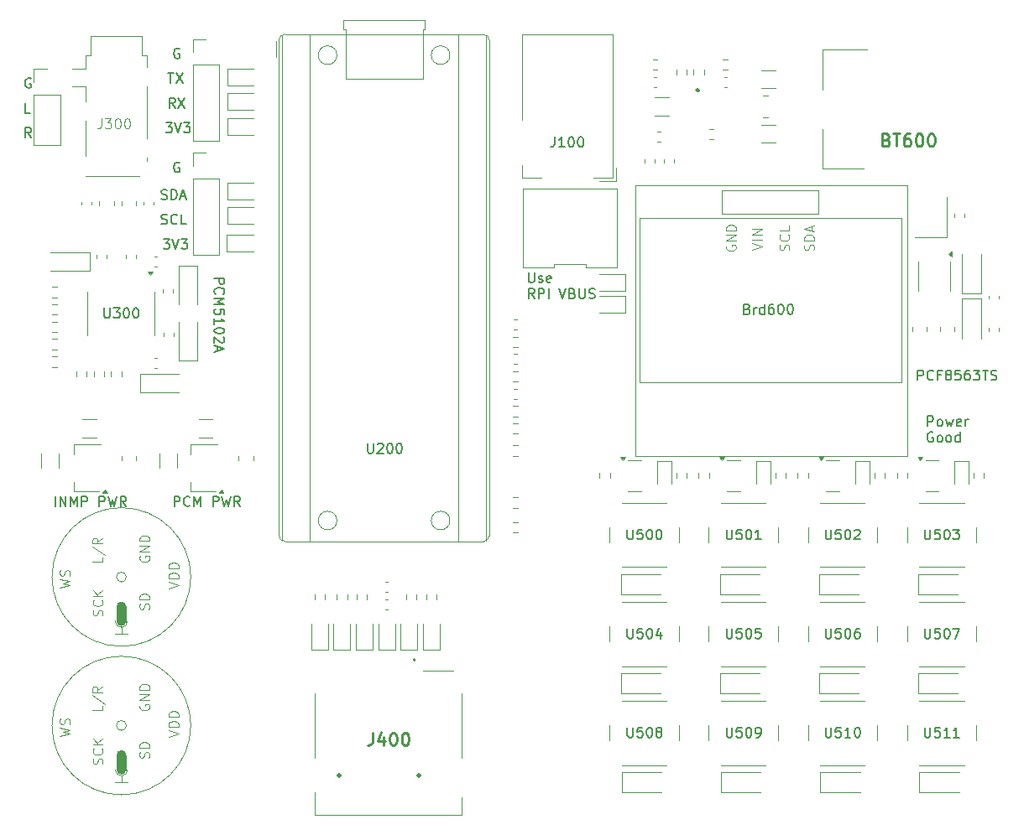
<source format=gbr>
%TF.GenerationSoftware,KiCad,Pcbnew,8.0.8*%
%TF.CreationDate,2025-04-26T14:11:06+03:00*%
%TF.ProjectId,rpi_pico_media_board,7270695f-7069-4636-9f5f-6d656469615f,rev?*%
%TF.SameCoordinates,Original*%
%TF.FileFunction,Legend,Top*%
%TF.FilePolarity,Positive*%
%FSLAX46Y46*%
G04 Gerber Fmt 4.6, Leading zero omitted, Abs format (unit mm)*
G04 Created by KiCad (PCBNEW 8.0.8) date 2025-04-26 14:11:06*
%MOMM*%
%LPD*%
G01*
G04 APERTURE LIST*
%ADD10C,0.150000*%
%ADD11C,0.100000*%
%ADD12C,0.254000*%
%ADD13C,0.120000*%
%ADD14C,0.250000*%
%ADD15C,0.500000*%
%ADD16C,0.200000*%
%ADD17C,0.500000*%
G04 APERTURE END LIST*
D10*
X141336779Y-89759875D02*
X141336779Y-88759875D01*
X141336779Y-88759875D02*
X141717731Y-88759875D01*
X141717731Y-88759875D02*
X141812969Y-88807494D01*
X141812969Y-88807494D02*
X141860588Y-88855113D01*
X141860588Y-88855113D02*
X141908207Y-88950351D01*
X141908207Y-88950351D02*
X141908207Y-89093208D01*
X141908207Y-89093208D02*
X141860588Y-89188446D01*
X141860588Y-89188446D02*
X141812969Y-89236065D01*
X141812969Y-89236065D02*
X141717731Y-89283684D01*
X141717731Y-89283684D02*
X141336779Y-89283684D01*
X142479636Y-89759875D02*
X142384398Y-89712256D01*
X142384398Y-89712256D02*
X142336779Y-89664636D01*
X142336779Y-89664636D02*
X142289160Y-89569398D01*
X142289160Y-89569398D02*
X142289160Y-89283684D01*
X142289160Y-89283684D02*
X142336779Y-89188446D01*
X142336779Y-89188446D02*
X142384398Y-89140827D01*
X142384398Y-89140827D02*
X142479636Y-89093208D01*
X142479636Y-89093208D02*
X142622493Y-89093208D01*
X142622493Y-89093208D02*
X142717731Y-89140827D01*
X142717731Y-89140827D02*
X142765350Y-89188446D01*
X142765350Y-89188446D02*
X142812969Y-89283684D01*
X142812969Y-89283684D02*
X142812969Y-89569398D01*
X142812969Y-89569398D02*
X142765350Y-89664636D01*
X142765350Y-89664636D02*
X142717731Y-89712256D01*
X142717731Y-89712256D02*
X142622493Y-89759875D01*
X142622493Y-89759875D02*
X142479636Y-89759875D01*
X143146303Y-89093208D02*
X143336779Y-89759875D01*
X143336779Y-89759875D02*
X143527255Y-89283684D01*
X143527255Y-89283684D02*
X143717731Y-89759875D01*
X143717731Y-89759875D02*
X143908207Y-89093208D01*
X144670112Y-89712256D02*
X144574874Y-89759875D01*
X144574874Y-89759875D02*
X144384398Y-89759875D01*
X144384398Y-89759875D02*
X144289160Y-89712256D01*
X144289160Y-89712256D02*
X144241541Y-89617017D01*
X144241541Y-89617017D02*
X144241541Y-89236065D01*
X144241541Y-89236065D02*
X144289160Y-89140827D01*
X144289160Y-89140827D02*
X144384398Y-89093208D01*
X144384398Y-89093208D02*
X144574874Y-89093208D01*
X144574874Y-89093208D02*
X144670112Y-89140827D01*
X144670112Y-89140827D02*
X144717731Y-89236065D01*
X144717731Y-89236065D02*
X144717731Y-89331303D01*
X144717731Y-89331303D02*
X144241541Y-89426541D01*
X145146303Y-89759875D02*
X145146303Y-89093208D01*
X145146303Y-89283684D02*
X145193922Y-89188446D01*
X145193922Y-89188446D02*
X145241541Y-89140827D01*
X145241541Y-89140827D02*
X145336779Y-89093208D01*
X145336779Y-89093208D02*
X145432017Y-89093208D01*
X141860588Y-90417438D02*
X141765350Y-90369819D01*
X141765350Y-90369819D02*
X141622493Y-90369819D01*
X141622493Y-90369819D02*
X141479636Y-90417438D01*
X141479636Y-90417438D02*
X141384398Y-90512676D01*
X141384398Y-90512676D02*
X141336779Y-90607914D01*
X141336779Y-90607914D02*
X141289160Y-90798390D01*
X141289160Y-90798390D02*
X141289160Y-90941247D01*
X141289160Y-90941247D02*
X141336779Y-91131723D01*
X141336779Y-91131723D02*
X141384398Y-91226961D01*
X141384398Y-91226961D02*
X141479636Y-91322200D01*
X141479636Y-91322200D02*
X141622493Y-91369819D01*
X141622493Y-91369819D02*
X141717731Y-91369819D01*
X141717731Y-91369819D02*
X141860588Y-91322200D01*
X141860588Y-91322200D02*
X141908207Y-91274580D01*
X141908207Y-91274580D02*
X141908207Y-90941247D01*
X141908207Y-90941247D02*
X141717731Y-90941247D01*
X142479636Y-91369819D02*
X142384398Y-91322200D01*
X142384398Y-91322200D02*
X142336779Y-91274580D01*
X142336779Y-91274580D02*
X142289160Y-91179342D01*
X142289160Y-91179342D02*
X142289160Y-90893628D01*
X142289160Y-90893628D02*
X142336779Y-90798390D01*
X142336779Y-90798390D02*
X142384398Y-90750771D01*
X142384398Y-90750771D02*
X142479636Y-90703152D01*
X142479636Y-90703152D02*
X142622493Y-90703152D01*
X142622493Y-90703152D02*
X142717731Y-90750771D01*
X142717731Y-90750771D02*
X142765350Y-90798390D01*
X142765350Y-90798390D02*
X142812969Y-90893628D01*
X142812969Y-90893628D02*
X142812969Y-91179342D01*
X142812969Y-91179342D02*
X142765350Y-91274580D01*
X142765350Y-91274580D02*
X142717731Y-91322200D01*
X142717731Y-91322200D02*
X142622493Y-91369819D01*
X142622493Y-91369819D02*
X142479636Y-91369819D01*
X143384398Y-91369819D02*
X143289160Y-91322200D01*
X143289160Y-91322200D02*
X143241541Y-91274580D01*
X143241541Y-91274580D02*
X143193922Y-91179342D01*
X143193922Y-91179342D02*
X143193922Y-90893628D01*
X143193922Y-90893628D02*
X143241541Y-90798390D01*
X143241541Y-90798390D02*
X143289160Y-90750771D01*
X143289160Y-90750771D02*
X143384398Y-90703152D01*
X143384398Y-90703152D02*
X143527255Y-90703152D01*
X143527255Y-90703152D02*
X143622493Y-90750771D01*
X143622493Y-90750771D02*
X143670112Y-90798390D01*
X143670112Y-90798390D02*
X143717731Y-90893628D01*
X143717731Y-90893628D02*
X143717731Y-91179342D01*
X143717731Y-91179342D02*
X143670112Y-91274580D01*
X143670112Y-91274580D02*
X143622493Y-91322200D01*
X143622493Y-91322200D02*
X143527255Y-91369819D01*
X143527255Y-91369819D02*
X143384398Y-91369819D01*
X144574874Y-91369819D02*
X144574874Y-90369819D01*
X144574874Y-91322200D02*
X144479636Y-91369819D01*
X144479636Y-91369819D02*
X144289160Y-91369819D01*
X144289160Y-91369819D02*
X144193922Y-91322200D01*
X144193922Y-91322200D02*
X144146303Y-91274580D01*
X144146303Y-91274580D02*
X144098684Y-91179342D01*
X144098684Y-91179342D02*
X144098684Y-90893628D01*
X144098684Y-90893628D02*
X144146303Y-90798390D01*
X144146303Y-90798390D02*
X144193922Y-90750771D01*
X144193922Y-90750771D02*
X144289160Y-90703152D01*
X144289160Y-90703152D02*
X144479636Y-90703152D01*
X144479636Y-90703152D02*
X144574874Y-90750771D01*
X50860588Y-54667438D02*
X50765350Y-54619819D01*
X50765350Y-54619819D02*
X50622493Y-54619819D01*
X50622493Y-54619819D02*
X50479636Y-54667438D01*
X50479636Y-54667438D02*
X50384398Y-54762676D01*
X50384398Y-54762676D02*
X50336779Y-54857914D01*
X50336779Y-54857914D02*
X50289160Y-55048390D01*
X50289160Y-55048390D02*
X50289160Y-55191247D01*
X50289160Y-55191247D02*
X50336779Y-55381723D01*
X50336779Y-55381723D02*
X50384398Y-55476961D01*
X50384398Y-55476961D02*
X50479636Y-55572200D01*
X50479636Y-55572200D02*
X50622493Y-55619819D01*
X50622493Y-55619819D02*
X50717731Y-55619819D01*
X50717731Y-55619819D02*
X50860588Y-55572200D01*
X50860588Y-55572200D02*
X50908207Y-55524580D01*
X50908207Y-55524580D02*
X50908207Y-55191247D01*
X50908207Y-55191247D02*
X50717731Y-55191247D01*
X64693922Y-54119819D02*
X65265350Y-54119819D01*
X64979636Y-55119819D02*
X64979636Y-54119819D01*
X65503446Y-54119819D02*
X66170112Y-55119819D01*
X66170112Y-54119819D02*
X65503446Y-55119819D01*
X64039160Y-69322200D02*
X64182017Y-69369819D01*
X64182017Y-69369819D02*
X64420112Y-69369819D01*
X64420112Y-69369819D02*
X64515350Y-69322200D01*
X64515350Y-69322200D02*
X64562969Y-69274580D01*
X64562969Y-69274580D02*
X64610588Y-69179342D01*
X64610588Y-69179342D02*
X64610588Y-69084104D01*
X64610588Y-69084104D02*
X64562969Y-68988866D01*
X64562969Y-68988866D02*
X64515350Y-68941247D01*
X64515350Y-68941247D02*
X64420112Y-68893628D01*
X64420112Y-68893628D02*
X64229636Y-68846009D01*
X64229636Y-68846009D02*
X64134398Y-68798390D01*
X64134398Y-68798390D02*
X64086779Y-68750771D01*
X64086779Y-68750771D02*
X64039160Y-68655533D01*
X64039160Y-68655533D02*
X64039160Y-68560295D01*
X64039160Y-68560295D02*
X64086779Y-68465057D01*
X64086779Y-68465057D02*
X64134398Y-68417438D01*
X64134398Y-68417438D02*
X64229636Y-68369819D01*
X64229636Y-68369819D02*
X64467731Y-68369819D01*
X64467731Y-68369819D02*
X64610588Y-68417438D01*
X65610588Y-69274580D02*
X65562969Y-69322200D01*
X65562969Y-69322200D02*
X65420112Y-69369819D01*
X65420112Y-69369819D02*
X65324874Y-69369819D01*
X65324874Y-69369819D02*
X65182017Y-69322200D01*
X65182017Y-69322200D02*
X65086779Y-69226961D01*
X65086779Y-69226961D02*
X65039160Y-69131723D01*
X65039160Y-69131723D02*
X64991541Y-68941247D01*
X64991541Y-68941247D02*
X64991541Y-68798390D01*
X64991541Y-68798390D02*
X65039160Y-68607914D01*
X65039160Y-68607914D02*
X65086779Y-68512676D01*
X65086779Y-68512676D02*
X65182017Y-68417438D01*
X65182017Y-68417438D02*
X65324874Y-68369819D01*
X65324874Y-68369819D02*
X65420112Y-68369819D01*
X65420112Y-68369819D02*
X65562969Y-68417438D01*
X65562969Y-68417438D02*
X65610588Y-68465057D01*
X66515350Y-69369819D02*
X66039160Y-69369819D01*
X66039160Y-69369819D02*
X66039160Y-68369819D01*
X65408207Y-57619819D02*
X65074874Y-57143628D01*
X64836779Y-57619819D02*
X64836779Y-56619819D01*
X64836779Y-56619819D02*
X65217731Y-56619819D01*
X65217731Y-56619819D02*
X65312969Y-56667438D01*
X65312969Y-56667438D02*
X65360588Y-56715057D01*
X65360588Y-56715057D02*
X65408207Y-56810295D01*
X65408207Y-56810295D02*
X65408207Y-56953152D01*
X65408207Y-56953152D02*
X65360588Y-57048390D01*
X65360588Y-57048390D02*
X65312969Y-57096009D01*
X65312969Y-57096009D02*
X65217731Y-57143628D01*
X65217731Y-57143628D02*
X64836779Y-57143628D01*
X65741541Y-56619819D02*
X66408207Y-57619819D01*
X66408207Y-56619819D02*
X65741541Y-57619819D01*
X69380180Y-74836779D02*
X70380180Y-74836779D01*
X70380180Y-74836779D02*
X70380180Y-75217731D01*
X70380180Y-75217731D02*
X70332561Y-75312969D01*
X70332561Y-75312969D02*
X70284942Y-75360588D01*
X70284942Y-75360588D02*
X70189704Y-75408207D01*
X70189704Y-75408207D02*
X70046847Y-75408207D01*
X70046847Y-75408207D02*
X69951609Y-75360588D01*
X69951609Y-75360588D02*
X69903990Y-75312969D01*
X69903990Y-75312969D02*
X69856371Y-75217731D01*
X69856371Y-75217731D02*
X69856371Y-74836779D01*
X69475419Y-76408207D02*
X69427800Y-76360588D01*
X69427800Y-76360588D02*
X69380180Y-76217731D01*
X69380180Y-76217731D02*
X69380180Y-76122493D01*
X69380180Y-76122493D02*
X69427800Y-75979636D01*
X69427800Y-75979636D02*
X69523038Y-75884398D01*
X69523038Y-75884398D02*
X69618276Y-75836779D01*
X69618276Y-75836779D02*
X69808752Y-75789160D01*
X69808752Y-75789160D02*
X69951609Y-75789160D01*
X69951609Y-75789160D02*
X70142085Y-75836779D01*
X70142085Y-75836779D02*
X70237323Y-75884398D01*
X70237323Y-75884398D02*
X70332561Y-75979636D01*
X70332561Y-75979636D02*
X70380180Y-76122493D01*
X70380180Y-76122493D02*
X70380180Y-76217731D01*
X70380180Y-76217731D02*
X70332561Y-76360588D01*
X70332561Y-76360588D02*
X70284942Y-76408207D01*
X69380180Y-76836779D02*
X70380180Y-76836779D01*
X70380180Y-76836779D02*
X69665895Y-77170112D01*
X69665895Y-77170112D02*
X70380180Y-77503445D01*
X70380180Y-77503445D02*
X69380180Y-77503445D01*
X70380180Y-78455826D02*
X70380180Y-77979636D01*
X70380180Y-77979636D02*
X69903990Y-77932017D01*
X69903990Y-77932017D02*
X69951609Y-77979636D01*
X69951609Y-77979636D02*
X69999228Y-78074874D01*
X69999228Y-78074874D02*
X69999228Y-78312969D01*
X69999228Y-78312969D02*
X69951609Y-78408207D01*
X69951609Y-78408207D02*
X69903990Y-78455826D01*
X69903990Y-78455826D02*
X69808752Y-78503445D01*
X69808752Y-78503445D02*
X69570657Y-78503445D01*
X69570657Y-78503445D02*
X69475419Y-78455826D01*
X69475419Y-78455826D02*
X69427800Y-78408207D01*
X69427800Y-78408207D02*
X69380180Y-78312969D01*
X69380180Y-78312969D02*
X69380180Y-78074874D01*
X69380180Y-78074874D02*
X69427800Y-77979636D01*
X69427800Y-77979636D02*
X69475419Y-77932017D01*
X69380180Y-79455826D02*
X69380180Y-78884398D01*
X69380180Y-79170112D02*
X70380180Y-79170112D01*
X70380180Y-79170112D02*
X70237323Y-79074874D01*
X70237323Y-79074874D02*
X70142085Y-78979636D01*
X70142085Y-78979636D02*
X70094466Y-78884398D01*
X70380180Y-80074874D02*
X70380180Y-80170112D01*
X70380180Y-80170112D02*
X70332561Y-80265350D01*
X70332561Y-80265350D02*
X70284942Y-80312969D01*
X70284942Y-80312969D02*
X70189704Y-80360588D01*
X70189704Y-80360588D02*
X69999228Y-80408207D01*
X69999228Y-80408207D02*
X69761133Y-80408207D01*
X69761133Y-80408207D02*
X69570657Y-80360588D01*
X69570657Y-80360588D02*
X69475419Y-80312969D01*
X69475419Y-80312969D02*
X69427800Y-80265350D01*
X69427800Y-80265350D02*
X69380180Y-80170112D01*
X69380180Y-80170112D02*
X69380180Y-80074874D01*
X69380180Y-80074874D02*
X69427800Y-79979636D01*
X69427800Y-79979636D02*
X69475419Y-79932017D01*
X69475419Y-79932017D02*
X69570657Y-79884398D01*
X69570657Y-79884398D02*
X69761133Y-79836779D01*
X69761133Y-79836779D02*
X69999228Y-79836779D01*
X69999228Y-79836779D02*
X70189704Y-79884398D01*
X70189704Y-79884398D02*
X70284942Y-79932017D01*
X70284942Y-79932017D02*
X70332561Y-79979636D01*
X70332561Y-79979636D02*
X70380180Y-80074874D01*
X70284942Y-80789160D02*
X70332561Y-80836779D01*
X70332561Y-80836779D02*
X70380180Y-80932017D01*
X70380180Y-80932017D02*
X70380180Y-81170112D01*
X70380180Y-81170112D02*
X70332561Y-81265350D01*
X70332561Y-81265350D02*
X70284942Y-81312969D01*
X70284942Y-81312969D02*
X70189704Y-81360588D01*
X70189704Y-81360588D02*
X70094466Y-81360588D01*
X70094466Y-81360588D02*
X69951609Y-81312969D01*
X69951609Y-81312969D02*
X69380180Y-80741541D01*
X69380180Y-80741541D02*
X69380180Y-81360588D01*
X69665895Y-81741541D02*
X69665895Y-82217731D01*
X69380180Y-81646303D02*
X70380180Y-81979636D01*
X70380180Y-81979636D02*
X69380180Y-82312969D01*
X64491541Y-59119819D02*
X65110588Y-59119819D01*
X65110588Y-59119819D02*
X64777255Y-59500771D01*
X64777255Y-59500771D02*
X64920112Y-59500771D01*
X64920112Y-59500771D02*
X65015350Y-59548390D01*
X65015350Y-59548390D02*
X65062969Y-59596009D01*
X65062969Y-59596009D02*
X65110588Y-59691247D01*
X65110588Y-59691247D02*
X65110588Y-59929342D01*
X65110588Y-59929342D02*
X65062969Y-60024580D01*
X65062969Y-60024580D02*
X65015350Y-60072200D01*
X65015350Y-60072200D02*
X64920112Y-60119819D01*
X64920112Y-60119819D02*
X64634398Y-60119819D01*
X64634398Y-60119819D02*
X64539160Y-60072200D01*
X64539160Y-60072200D02*
X64491541Y-60024580D01*
X65396303Y-59119819D02*
X65729636Y-60119819D01*
X65729636Y-60119819D02*
X66062969Y-59119819D01*
X66301065Y-59119819D02*
X66920112Y-59119819D01*
X66920112Y-59119819D02*
X66586779Y-59500771D01*
X66586779Y-59500771D02*
X66729636Y-59500771D01*
X66729636Y-59500771D02*
X66824874Y-59548390D01*
X66824874Y-59548390D02*
X66872493Y-59596009D01*
X66872493Y-59596009D02*
X66920112Y-59691247D01*
X66920112Y-59691247D02*
X66920112Y-59929342D01*
X66920112Y-59929342D02*
X66872493Y-60024580D01*
X66872493Y-60024580D02*
X66824874Y-60072200D01*
X66824874Y-60072200D02*
X66729636Y-60119819D01*
X66729636Y-60119819D02*
X66443922Y-60119819D01*
X66443922Y-60119819D02*
X66348684Y-60072200D01*
X66348684Y-60072200D02*
X66301065Y-60024580D01*
X50908207Y-60619819D02*
X50574874Y-60143628D01*
X50336779Y-60619819D02*
X50336779Y-59619819D01*
X50336779Y-59619819D02*
X50717731Y-59619819D01*
X50717731Y-59619819D02*
X50812969Y-59667438D01*
X50812969Y-59667438D02*
X50860588Y-59715057D01*
X50860588Y-59715057D02*
X50908207Y-59810295D01*
X50908207Y-59810295D02*
X50908207Y-59953152D01*
X50908207Y-59953152D02*
X50860588Y-60048390D01*
X50860588Y-60048390D02*
X50812969Y-60096009D01*
X50812969Y-60096009D02*
X50717731Y-60143628D01*
X50717731Y-60143628D02*
X50336779Y-60143628D01*
X65860588Y-51667438D02*
X65765350Y-51619819D01*
X65765350Y-51619819D02*
X65622493Y-51619819D01*
X65622493Y-51619819D02*
X65479636Y-51667438D01*
X65479636Y-51667438D02*
X65384398Y-51762676D01*
X65384398Y-51762676D02*
X65336779Y-51857914D01*
X65336779Y-51857914D02*
X65289160Y-52048390D01*
X65289160Y-52048390D02*
X65289160Y-52191247D01*
X65289160Y-52191247D02*
X65336779Y-52381723D01*
X65336779Y-52381723D02*
X65384398Y-52476961D01*
X65384398Y-52476961D02*
X65479636Y-52572200D01*
X65479636Y-52572200D02*
X65622493Y-52619819D01*
X65622493Y-52619819D02*
X65717731Y-52619819D01*
X65717731Y-52619819D02*
X65860588Y-52572200D01*
X65860588Y-52572200D02*
X65908207Y-52524580D01*
X65908207Y-52524580D02*
X65908207Y-52191247D01*
X65908207Y-52191247D02*
X65717731Y-52191247D01*
X64241541Y-70869819D02*
X64860588Y-70869819D01*
X64860588Y-70869819D02*
X64527255Y-71250771D01*
X64527255Y-71250771D02*
X64670112Y-71250771D01*
X64670112Y-71250771D02*
X64765350Y-71298390D01*
X64765350Y-71298390D02*
X64812969Y-71346009D01*
X64812969Y-71346009D02*
X64860588Y-71441247D01*
X64860588Y-71441247D02*
X64860588Y-71679342D01*
X64860588Y-71679342D02*
X64812969Y-71774580D01*
X64812969Y-71774580D02*
X64765350Y-71822200D01*
X64765350Y-71822200D02*
X64670112Y-71869819D01*
X64670112Y-71869819D02*
X64384398Y-71869819D01*
X64384398Y-71869819D02*
X64289160Y-71822200D01*
X64289160Y-71822200D02*
X64241541Y-71774580D01*
X65146303Y-70869819D02*
X65479636Y-71869819D01*
X65479636Y-71869819D02*
X65812969Y-70869819D01*
X66051065Y-70869819D02*
X66670112Y-70869819D01*
X66670112Y-70869819D02*
X66336779Y-71250771D01*
X66336779Y-71250771D02*
X66479636Y-71250771D01*
X66479636Y-71250771D02*
X66574874Y-71298390D01*
X66574874Y-71298390D02*
X66622493Y-71346009D01*
X66622493Y-71346009D02*
X66670112Y-71441247D01*
X66670112Y-71441247D02*
X66670112Y-71679342D01*
X66670112Y-71679342D02*
X66622493Y-71774580D01*
X66622493Y-71774580D02*
X66574874Y-71822200D01*
X66574874Y-71822200D02*
X66479636Y-71869819D01*
X66479636Y-71869819D02*
X66193922Y-71869819D01*
X66193922Y-71869819D02*
X66098684Y-71822200D01*
X66098684Y-71822200D02*
X66051065Y-71774580D01*
X65860588Y-63167438D02*
X65765350Y-63119819D01*
X65765350Y-63119819D02*
X65622493Y-63119819D01*
X65622493Y-63119819D02*
X65479636Y-63167438D01*
X65479636Y-63167438D02*
X65384398Y-63262676D01*
X65384398Y-63262676D02*
X65336779Y-63357914D01*
X65336779Y-63357914D02*
X65289160Y-63548390D01*
X65289160Y-63548390D02*
X65289160Y-63691247D01*
X65289160Y-63691247D02*
X65336779Y-63881723D01*
X65336779Y-63881723D02*
X65384398Y-63976961D01*
X65384398Y-63976961D02*
X65479636Y-64072200D01*
X65479636Y-64072200D02*
X65622493Y-64119819D01*
X65622493Y-64119819D02*
X65717731Y-64119819D01*
X65717731Y-64119819D02*
X65860588Y-64072200D01*
X65860588Y-64072200D02*
X65908207Y-64024580D01*
X65908207Y-64024580D02*
X65908207Y-63691247D01*
X65908207Y-63691247D02*
X65717731Y-63691247D01*
X64039160Y-66822200D02*
X64182017Y-66869819D01*
X64182017Y-66869819D02*
X64420112Y-66869819D01*
X64420112Y-66869819D02*
X64515350Y-66822200D01*
X64515350Y-66822200D02*
X64562969Y-66774580D01*
X64562969Y-66774580D02*
X64610588Y-66679342D01*
X64610588Y-66679342D02*
X64610588Y-66584104D01*
X64610588Y-66584104D02*
X64562969Y-66488866D01*
X64562969Y-66488866D02*
X64515350Y-66441247D01*
X64515350Y-66441247D02*
X64420112Y-66393628D01*
X64420112Y-66393628D02*
X64229636Y-66346009D01*
X64229636Y-66346009D02*
X64134398Y-66298390D01*
X64134398Y-66298390D02*
X64086779Y-66250771D01*
X64086779Y-66250771D02*
X64039160Y-66155533D01*
X64039160Y-66155533D02*
X64039160Y-66060295D01*
X64039160Y-66060295D02*
X64086779Y-65965057D01*
X64086779Y-65965057D02*
X64134398Y-65917438D01*
X64134398Y-65917438D02*
X64229636Y-65869819D01*
X64229636Y-65869819D02*
X64467731Y-65869819D01*
X64467731Y-65869819D02*
X64610588Y-65917438D01*
X65039160Y-66869819D02*
X65039160Y-65869819D01*
X65039160Y-65869819D02*
X65277255Y-65869819D01*
X65277255Y-65869819D02*
X65420112Y-65917438D01*
X65420112Y-65917438D02*
X65515350Y-66012676D01*
X65515350Y-66012676D02*
X65562969Y-66107914D01*
X65562969Y-66107914D02*
X65610588Y-66298390D01*
X65610588Y-66298390D02*
X65610588Y-66441247D01*
X65610588Y-66441247D02*
X65562969Y-66631723D01*
X65562969Y-66631723D02*
X65515350Y-66726961D01*
X65515350Y-66726961D02*
X65420112Y-66822200D01*
X65420112Y-66822200D02*
X65277255Y-66869819D01*
X65277255Y-66869819D02*
X65039160Y-66869819D01*
X65991541Y-66584104D02*
X66467731Y-66584104D01*
X65896303Y-66869819D02*
X66229636Y-65869819D01*
X66229636Y-65869819D02*
X66562969Y-66869819D01*
X53336779Y-97869819D02*
X53336779Y-96869819D01*
X53812969Y-97869819D02*
X53812969Y-96869819D01*
X53812969Y-96869819D02*
X54384397Y-97869819D01*
X54384397Y-97869819D02*
X54384397Y-96869819D01*
X54860588Y-97869819D02*
X54860588Y-96869819D01*
X54860588Y-96869819D02*
X55193921Y-97584104D01*
X55193921Y-97584104D02*
X55527254Y-96869819D01*
X55527254Y-96869819D02*
X55527254Y-97869819D01*
X56003445Y-97869819D02*
X56003445Y-96869819D01*
X56003445Y-96869819D02*
X56384397Y-96869819D01*
X56384397Y-96869819D02*
X56479635Y-96917438D01*
X56479635Y-96917438D02*
X56527254Y-96965057D01*
X56527254Y-96965057D02*
X56574873Y-97060295D01*
X56574873Y-97060295D02*
X56574873Y-97203152D01*
X56574873Y-97203152D02*
X56527254Y-97298390D01*
X56527254Y-97298390D02*
X56479635Y-97346009D01*
X56479635Y-97346009D02*
X56384397Y-97393628D01*
X56384397Y-97393628D02*
X56003445Y-97393628D01*
X57765350Y-97869819D02*
X57765350Y-96869819D01*
X57765350Y-96869819D02*
X58146302Y-96869819D01*
X58146302Y-96869819D02*
X58241540Y-96917438D01*
X58241540Y-96917438D02*
X58289159Y-96965057D01*
X58289159Y-96965057D02*
X58336778Y-97060295D01*
X58336778Y-97060295D02*
X58336778Y-97203152D01*
X58336778Y-97203152D02*
X58289159Y-97298390D01*
X58289159Y-97298390D02*
X58241540Y-97346009D01*
X58241540Y-97346009D02*
X58146302Y-97393628D01*
X58146302Y-97393628D02*
X57765350Y-97393628D01*
X58670112Y-96869819D02*
X58908207Y-97869819D01*
X58908207Y-97869819D02*
X59098683Y-97155533D01*
X59098683Y-97155533D02*
X59289159Y-97869819D01*
X59289159Y-97869819D02*
X59527255Y-96869819D01*
X60479635Y-97869819D02*
X60146302Y-97393628D01*
X59908207Y-97869819D02*
X59908207Y-96869819D01*
X59908207Y-96869819D02*
X60289159Y-96869819D01*
X60289159Y-96869819D02*
X60384397Y-96917438D01*
X60384397Y-96917438D02*
X60432016Y-96965057D01*
X60432016Y-96965057D02*
X60479635Y-97060295D01*
X60479635Y-97060295D02*
X60479635Y-97203152D01*
X60479635Y-97203152D02*
X60432016Y-97298390D01*
X60432016Y-97298390D02*
X60384397Y-97346009D01*
X60384397Y-97346009D02*
X60289159Y-97393628D01*
X60289159Y-97393628D02*
X59908207Y-97393628D01*
X65336779Y-97869819D02*
X65336779Y-96869819D01*
X65336779Y-96869819D02*
X65717731Y-96869819D01*
X65717731Y-96869819D02*
X65812969Y-96917438D01*
X65812969Y-96917438D02*
X65860588Y-96965057D01*
X65860588Y-96965057D02*
X65908207Y-97060295D01*
X65908207Y-97060295D02*
X65908207Y-97203152D01*
X65908207Y-97203152D02*
X65860588Y-97298390D01*
X65860588Y-97298390D02*
X65812969Y-97346009D01*
X65812969Y-97346009D02*
X65717731Y-97393628D01*
X65717731Y-97393628D02*
X65336779Y-97393628D01*
X66908207Y-97774580D02*
X66860588Y-97822200D01*
X66860588Y-97822200D02*
X66717731Y-97869819D01*
X66717731Y-97869819D02*
X66622493Y-97869819D01*
X66622493Y-97869819D02*
X66479636Y-97822200D01*
X66479636Y-97822200D02*
X66384398Y-97726961D01*
X66384398Y-97726961D02*
X66336779Y-97631723D01*
X66336779Y-97631723D02*
X66289160Y-97441247D01*
X66289160Y-97441247D02*
X66289160Y-97298390D01*
X66289160Y-97298390D02*
X66336779Y-97107914D01*
X66336779Y-97107914D02*
X66384398Y-97012676D01*
X66384398Y-97012676D02*
X66479636Y-96917438D01*
X66479636Y-96917438D02*
X66622493Y-96869819D01*
X66622493Y-96869819D02*
X66717731Y-96869819D01*
X66717731Y-96869819D02*
X66860588Y-96917438D01*
X66860588Y-96917438D02*
X66908207Y-96965057D01*
X67336779Y-97869819D02*
X67336779Y-96869819D01*
X67336779Y-96869819D02*
X67670112Y-97584104D01*
X67670112Y-97584104D02*
X68003445Y-96869819D01*
X68003445Y-96869819D02*
X68003445Y-97869819D01*
X69241541Y-97869819D02*
X69241541Y-96869819D01*
X69241541Y-96869819D02*
X69622493Y-96869819D01*
X69622493Y-96869819D02*
X69717731Y-96917438D01*
X69717731Y-96917438D02*
X69765350Y-96965057D01*
X69765350Y-96965057D02*
X69812969Y-97060295D01*
X69812969Y-97060295D02*
X69812969Y-97203152D01*
X69812969Y-97203152D02*
X69765350Y-97298390D01*
X69765350Y-97298390D02*
X69717731Y-97346009D01*
X69717731Y-97346009D02*
X69622493Y-97393628D01*
X69622493Y-97393628D02*
X69241541Y-97393628D01*
X70146303Y-96869819D02*
X70384398Y-97869819D01*
X70384398Y-97869819D02*
X70574874Y-97155533D01*
X70574874Y-97155533D02*
X70765350Y-97869819D01*
X70765350Y-97869819D02*
X71003446Y-96869819D01*
X71955826Y-97869819D02*
X71622493Y-97393628D01*
X71384398Y-97869819D02*
X71384398Y-96869819D01*
X71384398Y-96869819D02*
X71765350Y-96869819D01*
X71765350Y-96869819D02*
X71860588Y-96917438D01*
X71860588Y-96917438D02*
X71908207Y-96965057D01*
X71908207Y-96965057D02*
X71955826Y-97060295D01*
X71955826Y-97060295D02*
X71955826Y-97203152D01*
X71955826Y-97203152D02*
X71908207Y-97298390D01*
X71908207Y-97298390D02*
X71860588Y-97346009D01*
X71860588Y-97346009D02*
X71765350Y-97393628D01*
X71765350Y-97393628D02*
X71384398Y-97393628D01*
X140336779Y-85119819D02*
X140336779Y-84119819D01*
X140336779Y-84119819D02*
X140717731Y-84119819D01*
X140717731Y-84119819D02*
X140812969Y-84167438D01*
X140812969Y-84167438D02*
X140860588Y-84215057D01*
X140860588Y-84215057D02*
X140908207Y-84310295D01*
X140908207Y-84310295D02*
X140908207Y-84453152D01*
X140908207Y-84453152D02*
X140860588Y-84548390D01*
X140860588Y-84548390D02*
X140812969Y-84596009D01*
X140812969Y-84596009D02*
X140717731Y-84643628D01*
X140717731Y-84643628D02*
X140336779Y-84643628D01*
X141908207Y-85024580D02*
X141860588Y-85072200D01*
X141860588Y-85072200D02*
X141717731Y-85119819D01*
X141717731Y-85119819D02*
X141622493Y-85119819D01*
X141622493Y-85119819D02*
X141479636Y-85072200D01*
X141479636Y-85072200D02*
X141384398Y-84976961D01*
X141384398Y-84976961D02*
X141336779Y-84881723D01*
X141336779Y-84881723D02*
X141289160Y-84691247D01*
X141289160Y-84691247D02*
X141289160Y-84548390D01*
X141289160Y-84548390D02*
X141336779Y-84357914D01*
X141336779Y-84357914D02*
X141384398Y-84262676D01*
X141384398Y-84262676D02*
X141479636Y-84167438D01*
X141479636Y-84167438D02*
X141622493Y-84119819D01*
X141622493Y-84119819D02*
X141717731Y-84119819D01*
X141717731Y-84119819D02*
X141860588Y-84167438D01*
X141860588Y-84167438D02*
X141908207Y-84215057D01*
X142670112Y-84596009D02*
X142336779Y-84596009D01*
X142336779Y-85119819D02*
X142336779Y-84119819D01*
X142336779Y-84119819D02*
X142812969Y-84119819D01*
X143336779Y-84548390D02*
X143241541Y-84500771D01*
X143241541Y-84500771D02*
X143193922Y-84453152D01*
X143193922Y-84453152D02*
X143146303Y-84357914D01*
X143146303Y-84357914D02*
X143146303Y-84310295D01*
X143146303Y-84310295D02*
X143193922Y-84215057D01*
X143193922Y-84215057D02*
X143241541Y-84167438D01*
X143241541Y-84167438D02*
X143336779Y-84119819D01*
X143336779Y-84119819D02*
X143527255Y-84119819D01*
X143527255Y-84119819D02*
X143622493Y-84167438D01*
X143622493Y-84167438D02*
X143670112Y-84215057D01*
X143670112Y-84215057D02*
X143717731Y-84310295D01*
X143717731Y-84310295D02*
X143717731Y-84357914D01*
X143717731Y-84357914D02*
X143670112Y-84453152D01*
X143670112Y-84453152D02*
X143622493Y-84500771D01*
X143622493Y-84500771D02*
X143527255Y-84548390D01*
X143527255Y-84548390D02*
X143336779Y-84548390D01*
X143336779Y-84548390D02*
X143241541Y-84596009D01*
X143241541Y-84596009D02*
X143193922Y-84643628D01*
X143193922Y-84643628D02*
X143146303Y-84738866D01*
X143146303Y-84738866D02*
X143146303Y-84929342D01*
X143146303Y-84929342D02*
X143193922Y-85024580D01*
X143193922Y-85024580D02*
X143241541Y-85072200D01*
X143241541Y-85072200D02*
X143336779Y-85119819D01*
X143336779Y-85119819D02*
X143527255Y-85119819D01*
X143527255Y-85119819D02*
X143622493Y-85072200D01*
X143622493Y-85072200D02*
X143670112Y-85024580D01*
X143670112Y-85024580D02*
X143717731Y-84929342D01*
X143717731Y-84929342D02*
X143717731Y-84738866D01*
X143717731Y-84738866D02*
X143670112Y-84643628D01*
X143670112Y-84643628D02*
X143622493Y-84596009D01*
X143622493Y-84596009D02*
X143527255Y-84548390D01*
X144622493Y-84119819D02*
X144146303Y-84119819D01*
X144146303Y-84119819D02*
X144098684Y-84596009D01*
X144098684Y-84596009D02*
X144146303Y-84548390D01*
X144146303Y-84548390D02*
X144241541Y-84500771D01*
X144241541Y-84500771D02*
X144479636Y-84500771D01*
X144479636Y-84500771D02*
X144574874Y-84548390D01*
X144574874Y-84548390D02*
X144622493Y-84596009D01*
X144622493Y-84596009D02*
X144670112Y-84691247D01*
X144670112Y-84691247D02*
X144670112Y-84929342D01*
X144670112Y-84929342D02*
X144622493Y-85024580D01*
X144622493Y-85024580D02*
X144574874Y-85072200D01*
X144574874Y-85072200D02*
X144479636Y-85119819D01*
X144479636Y-85119819D02*
X144241541Y-85119819D01*
X144241541Y-85119819D02*
X144146303Y-85072200D01*
X144146303Y-85072200D02*
X144098684Y-85024580D01*
X145527255Y-84119819D02*
X145336779Y-84119819D01*
X145336779Y-84119819D02*
X145241541Y-84167438D01*
X145241541Y-84167438D02*
X145193922Y-84215057D01*
X145193922Y-84215057D02*
X145098684Y-84357914D01*
X145098684Y-84357914D02*
X145051065Y-84548390D01*
X145051065Y-84548390D02*
X145051065Y-84929342D01*
X145051065Y-84929342D02*
X145098684Y-85024580D01*
X145098684Y-85024580D02*
X145146303Y-85072200D01*
X145146303Y-85072200D02*
X145241541Y-85119819D01*
X145241541Y-85119819D02*
X145432017Y-85119819D01*
X145432017Y-85119819D02*
X145527255Y-85072200D01*
X145527255Y-85072200D02*
X145574874Y-85024580D01*
X145574874Y-85024580D02*
X145622493Y-84929342D01*
X145622493Y-84929342D02*
X145622493Y-84691247D01*
X145622493Y-84691247D02*
X145574874Y-84596009D01*
X145574874Y-84596009D02*
X145527255Y-84548390D01*
X145527255Y-84548390D02*
X145432017Y-84500771D01*
X145432017Y-84500771D02*
X145241541Y-84500771D01*
X145241541Y-84500771D02*
X145146303Y-84548390D01*
X145146303Y-84548390D02*
X145098684Y-84596009D01*
X145098684Y-84596009D02*
X145051065Y-84691247D01*
X145955827Y-84119819D02*
X146574874Y-84119819D01*
X146574874Y-84119819D02*
X146241541Y-84500771D01*
X146241541Y-84500771D02*
X146384398Y-84500771D01*
X146384398Y-84500771D02*
X146479636Y-84548390D01*
X146479636Y-84548390D02*
X146527255Y-84596009D01*
X146527255Y-84596009D02*
X146574874Y-84691247D01*
X146574874Y-84691247D02*
X146574874Y-84929342D01*
X146574874Y-84929342D02*
X146527255Y-85024580D01*
X146527255Y-85024580D02*
X146479636Y-85072200D01*
X146479636Y-85072200D02*
X146384398Y-85119819D01*
X146384398Y-85119819D02*
X146098684Y-85119819D01*
X146098684Y-85119819D02*
X146003446Y-85072200D01*
X146003446Y-85072200D02*
X145955827Y-85024580D01*
X146860589Y-84119819D02*
X147432017Y-84119819D01*
X147146303Y-85119819D02*
X147146303Y-84119819D01*
X147717732Y-85072200D02*
X147860589Y-85119819D01*
X147860589Y-85119819D02*
X148098684Y-85119819D01*
X148098684Y-85119819D02*
X148193922Y-85072200D01*
X148193922Y-85072200D02*
X148241541Y-85024580D01*
X148241541Y-85024580D02*
X148289160Y-84929342D01*
X148289160Y-84929342D02*
X148289160Y-84834104D01*
X148289160Y-84834104D02*
X148241541Y-84738866D01*
X148241541Y-84738866D02*
X148193922Y-84691247D01*
X148193922Y-84691247D02*
X148098684Y-84643628D01*
X148098684Y-84643628D02*
X147908208Y-84596009D01*
X147908208Y-84596009D02*
X147812970Y-84548390D01*
X147812970Y-84548390D02*
X147765351Y-84500771D01*
X147765351Y-84500771D02*
X147717732Y-84405533D01*
X147717732Y-84405533D02*
X147717732Y-84310295D01*
X147717732Y-84310295D02*
X147765351Y-84215057D01*
X147765351Y-84215057D02*
X147812970Y-84167438D01*
X147812970Y-84167438D02*
X147908208Y-84119819D01*
X147908208Y-84119819D02*
X148146303Y-84119819D01*
X148146303Y-84119819D02*
X148289160Y-84167438D01*
X50812969Y-58119819D02*
X50336779Y-58119819D01*
X50336779Y-58119819D02*
X50336779Y-57119819D01*
X101086779Y-74259875D02*
X101086779Y-75069398D01*
X101086779Y-75069398D02*
X101134398Y-75164636D01*
X101134398Y-75164636D02*
X101182017Y-75212256D01*
X101182017Y-75212256D02*
X101277255Y-75259875D01*
X101277255Y-75259875D02*
X101467731Y-75259875D01*
X101467731Y-75259875D02*
X101562969Y-75212256D01*
X101562969Y-75212256D02*
X101610588Y-75164636D01*
X101610588Y-75164636D02*
X101658207Y-75069398D01*
X101658207Y-75069398D02*
X101658207Y-74259875D01*
X102086779Y-75212256D02*
X102182017Y-75259875D01*
X102182017Y-75259875D02*
X102372493Y-75259875D01*
X102372493Y-75259875D02*
X102467731Y-75212256D01*
X102467731Y-75212256D02*
X102515350Y-75117017D01*
X102515350Y-75117017D02*
X102515350Y-75069398D01*
X102515350Y-75069398D02*
X102467731Y-74974160D01*
X102467731Y-74974160D02*
X102372493Y-74926541D01*
X102372493Y-74926541D02*
X102229636Y-74926541D01*
X102229636Y-74926541D02*
X102134398Y-74878922D01*
X102134398Y-74878922D02*
X102086779Y-74783684D01*
X102086779Y-74783684D02*
X102086779Y-74736065D01*
X102086779Y-74736065D02*
X102134398Y-74640827D01*
X102134398Y-74640827D02*
X102229636Y-74593208D01*
X102229636Y-74593208D02*
X102372493Y-74593208D01*
X102372493Y-74593208D02*
X102467731Y-74640827D01*
X103324874Y-75212256D02*
X103229636Y-75259875D01*
X103229636Y-75259875D02*
X103039160Y-75259875D01*
X103039160Y-75259875D02*
X102943922Y-75212256D01*
X102943922Y-75212256D02*
X102896303Y-75117017D01*
X102896303Y-75117017D02*
X102896303Y-74736065D01*
X102896303Y-74736065D02*
X102943922Y-74640827D01*
X102943922Y-74640827D02*
X103039160Y-74593208D01*
X103039160Y-74593208D02*
X103229636Y-74593208D01*
X103229636Y-74593208D02*
X103324874Y-74640827D01*
X103324874Y-74640827D02*
X103372493Y-74736065D01*
X103372493Y-74736065D02*
X103372493Y-74831303D01*
X103372493Y-74831303D02*
X102896303Y-74926541D01*
X101658207Y-76869819D02*
X101324874Y-76393628D01*
X101086779Y-76869819D02*
X101086779Y-75869819D01*
X101086779Y-75869819D02*
X101467731Y-75869819D01*
X101467731Y-75869819D02*
X101562969Y-75917438D01*
X101562969Y-75917438D02*
X101610588Y-75965057D01*
X101610588Y-75965057D02*
X101658207Y-76060295D01*
X101658207Y-76060295D02*
X101658207Y-76203152D01*
X101658207Y-76203152D02*
X101610588Y-76298390D01*
X101610588Y-76298390D02*
X101562969Y-76346009D01*
X101562969Y-76346009D02*
X101467731Y-76393628D01*
X101467731Y-76393628D02*
X101086779Y-76393628D01*
X102086779Y-76869819D02*
X102086779Y-75869819D01*
X102086779Y-75869819D02*
X102467731Y-75869819D01*
X102467731Y-75869819D02*
X102562969Y-75917438D01*
X102562969Y-75917438D02*
X102610588Y-75965057D01*
X102610588Y-75965057D02*
X102658207Y-76060295D01*
X102658207Y-76060295D02*
X102658207Y-76203152D01*
X102658207Y-76203152D02*
X102610588Y-76298390D01*
X102610588Y-76298390D02*
X102562969Y-76346009D01*
X102562969Y-76346009D02*
X102467731Y-76393628D01*
X102467731Y-76393628D02*
X102086779Y-76393628D01*
X103086779Y-76869819D02*
X103086779Y-75869819D01*
X104182017Y-75869819D02*
X104515350Y-76869819D01*
X104515350Y-76869819D02*
X104848683Y-75869819D01*
X105515350Y-76346009D02*
X105658207Y-76393628D01*
X105658207Y-76393628D02*
X105705826Y-76441247D01*
X105705826Y-76441247D02*
X105753445Y-76536485D01*
X105753445Y-76536485D02*
X105753445Y-76679342D01*
X105753445Y-76679342D02*
X105705826Y-76774580D01*
X105705826Y-76774580D02*
X105658207Y-76822200D01*
X105658207Y-76822200D02*
X105562969Y-76869819D01*
X105562969Y-76869819D02*
X105182017Y-76869819D01*
X105182017Y-76869819D02*
X105182017Y-75869819D01*
X105182017Y-75869819D02*
X105515350Y-75869819D01*
X105515350Y-75869819D02*
X105610588Y-75917438D01*
X105610588Y-75917438D02*
X105658207Y-75965057D01*
X105658207Y-75965057D02*
X105705826Y-76060295D01*
X105705826Y-76060295D02*
X105705826Y-76155533D01*
X105705826Y-76155533D02*
X105658207Y-76250771D01*
X105658207Y-76250771D02*
X105610588Y-76298390D01*
X105610588Y-76298390D02*
X105515350Y-76346009D01*
X105515350Y-76346009D02*
X105182017Y-76346009D01*
X106182017Y-75869819D02*
X106182017Y-76679342D01*
X106182017Y-76679342D02*
X106229636Y-76774580D01*
X106229636Y-76774580D02*
X106277255Y-76822200D01*
X106277255Y-76822200D02*
X106372493Y-76869819D01*
X106372493Y-76869819D02*
X106562969Y-76869819D01*
X106562969Y-76869819D02*
X106658207Y-76822200D01*
X106658207Y-76822200D02*
X106705826Y-76774580D01*
X106705826Y-76774580D02*
X106753445Y-76679342D01*
X106753445Y-76679342D02*
X106753445Y-75869819D01*
X107182017Y-76822200D02*
X107324874Y-76869819D01*
X107324874Y-76869819D02*
X107562969Y-76869819D01*
X107562969Y-76869819D02*
X107658207Y-76822200D01*
X107658207Y-76822200D02*
X107705826Y-76774580D01*
X107705826Y-76774580D02*
X107753445Y-76679342D01*
X107753445Y-76679342D02*
X107753445Y-76584104D01*
X107753445Y-76584104D02*
X107705826Y-76488866D01*
X107705826Y-76488866D02*
X107658207Y-76441247D01*
X107658207Y-76441247D02*
X107562969Y-76393628D01*
X107562969Y-76393628D02*
X107372493Y-76346009D01*
X107372493Y-76346009D02*
X107277255Y-76298390D01*
X107277255Y-76298390D02*
X107229636Y-76250771D01*
X107229636Y-76250771D02*
X107182017Y-76155533D01*
X107182017Y-76155533D02*
X107182017Y-76060295D01*
X107182017Y-76060295D02*
X107229636Y-75965057D01*
X107229636Y-75965057D02*
X107277255Y-75917438D01*
X107277255Y-75917438D02*
X107372493Y-75869819D01*
X107372493Y-75869819D02*
X107610588Y-75869819D01*
X107610588Y-75869819D02*
X107753445Y-75917438D01*
X103714285Y-60554819D02*
X103714285Y-61269104D01*
X103714285Y-61269104D02*
X103666666Y-61411961D01*
X103666666Y-61411961D02*
X103571428Y-61507200D01*
X103571428Y-61507200D02*
X103428571Y-61554819D01*
X103428571Y-61554819D02*
X103333333Y-61554819D01*
X104714285Y-61554819D02*
X104142857Y-61554819D01*
X104428571Y-61554819D02*
X104428571Y-60554819D01*
X104428571Y-60554819D02*
X104333333Y-60697676D01*
X104333333Y-60697676D02*
X104238095Y-60792914D01*
X104238095Y-60792914D02*
X104142857Y-60840533D01*
X105333333Y-60554819D02*
X105428571Y-60554819D01*
X105428571Y-60554819D02*
X105523809Y-60602438D01*
X105523809Y-60602438D02*
X105571428Y-60650057D01*
X105571428Y-60650057D02*
X105619047Y-60745295D01*
X105619047Y-60745295D02*
X105666666Y-60935771D01*
X105666666Y-60935771D02*
X105666666Y-61173866D01*
X105666666Y-61173866D02*
X105619047Y-61364342D01*
X105619047Y-61364342D02*
X105571428Y-61459580D01*
X105571428Y-61459580D02*
X105523809Y-61507200D01*
X105523809Y-61507200D02*
X105428571Y-61554819D01*
X105428571Y-61554819D02*
X105333333Y-61554819D01*
X105333333Y-61554819D02*
X105238095Y-61507200D01*
X105238095Y-61507200D02*
X105190476Y-61459580D01*
X105190476Y-61459580D02*
X105142857Y-61364342D01*
X105142857Y-61364342D02*
X105095238Y-61173866D01*
X105095238Y-61173866D02*
X105095238Y-60935771D01*
X105095238Y-60935771D02*
X105142857Y-60745295D01*
X105142857Y-60745295D02*
X105190476Y-60650057D01*
X105190476Y-60650057D02*
X105238095Y-60602438D01*
X105238095Y-60602438D02*
X105333333Y-60554819D01*
X106285714Y-60554819D02*
X106380952Y-60554819D01*
X106380952Y-60554819D02*
X106476190Y-60602438D01*
X106476190Y-60602438D02*
X106523809Y-60650057D01*
X106523809Y-60650057D02*
X106571428Y-60745295D01*
X106571428Y-60745295D02*
X106619047Y-60935771D01*
X106619047Y-60935771D02*
X106619047Y-61173866D01*
X106619047Y-61173866D02*
X106571428Y-61364342D01*
X106571428Y-61364342D02*
X106523809Y-61459580D01*
X106523809Y-61459580D02*
X106476190Y-61507200D01*
X106476190Y-61507200D02*
X106380952Y-61554819D01*
X106380952Y-61554819D02*
X106285714Y-61554819D01*
X106285714Y-61554819D02*
X106190476Y-61507200D01*
X106190476Y-61507200D02*
X106142857Y-61459580D01*
X106142857Y-61459580D02*
X106095238Y-61364342D01*
X106095238Y-61364342D02*
X106047619Y-61173866D01*
X106047619Y-61173866D02*
X106047619Y-60935771D01*
X106047619Y-60935771D02*
X106095238Y-60745295D01*
X106095238Y-60745295D02*
X106142857Y-60650057D01*
X106142857Y-60650057D02*
X106190476Y-60602438D01*
X106190476Y-60602438D02*
X106285714Y-60554819D01*
X141035714Y-120204819D02*
X141035714Y-121014342D01*
X141035714Y-121014342D02*
X141083333Y-121109580D01*
X141083333Y-121109580D02*
X141130952Y-121157200D01*
X141130952Y-121157200D02*
X141226190Y-121204819D01*
X141226190Y-121204819D02*
X141416666Y-121204819D01*
X141416666Y-121204819D02*
X141511904Y-121157200D01*
X141511904Y-121157200D02*
X141559523Y-121109580D01*
X141559523Y-121109580D02*
X141607142Y-121014342D01*
X141607142Y-121014342D02*
X141607142Y-120204819D01*
X142559523Y-120204819D02*
X142083333Y-120204819D01*
X142083333Y-120204819D02*
X142035714Y-120681009D01*
X142035714Y-120681009D02*
X142083333Y-120633390D01*
X142083333Y-120633390D02*
X142178571Y-120585771D01*
X142178571Y-120585771D02*
X142416666Y-120585771D01*
X142416666Y-120585771D02*
X142511904Y-120633390D01*
X142511904Y-120633390D02*
X142559523Y-120681009D01*
X142559523Y-120681009D02*
X142607142Y-120776247D01*
X142607142Y-120776247D02*
X142607142Y-121014342D01*
X142607142Y-121014342D02*
X142559523Y-121109580D01*
X142559523Y-121109580D02*
X142511904Y-121157200D01*
X142511904Y-121157200D02*
X142416666Y-121204819D01*
X142416666Y-121204819D02*
X142178571Y-121204819D01*
X142178571Y-121204819D02*
X142083333Y-121157200D01*
X142083333Y-121157200D02*
X142035714Y-121109580D01*
X143559523Y-121204819D02*
X142988095Y-121204819D01*
X143273809Y-121204819D02*
X143273809Y-120204819D01*
X143273809Y-120204819D02*
X143178571Y-120347676D01*
X143178571Y-120347676D02*
X143083333Y-120442914D01*
X143083333Y-120442914D02*
X142988095Y-120490533D01*
X144511904Y-121204819D02*
X143940476Y-121204819D01*
X144226190Y-121204819D02*
X144226190Y-120204819D01*
X144226190Y-120204819D02*
X144130952Y-120347676D01*
X144130952Y-120347676D02*
X144035714Y-120442914D01*
X144035714Y-120442914D02*
X143940476Y-120490533D01*
X141035714Y-100204819D02*
X141035714Y-101014342D01*
X141035714Y-101014342D02*
X141083333Y-101109580D01*
X141083333Y-101109580D02*
X141130952Y-101157200D01*
X141130952Y-101157200D02*
X141226190Y-101204819D01*
X141226190Y-101204819D02*
X141416666Y-101204819D01*
X141416666Y-101204819D02*
X141511904Y-101157200D01*
X141511904Y-101157200D02*
X141559523Y-101109580D01*
X141559523Y-101109580D02*
X141607142Y-101014342D01*
X141607142Y-101014342D02*
X141607142Y-100204819D01*
X142559523Y-100204819D02*
X142083333Y-100204819D01*
X142083333Y-100204819D02*
X142035714Y-100681009D01*
X142035714Y-100681009D02*
X142083333Y-100633390D01*
X142083333Y-100633390D02*
X142178571Y-100585771D01*
X142178571Y-100585771D02*
X142416666Y-100585771D01*
X142416666Y-100585771D02*
X142511904Y-100633390D01*
X142511904Y-100633390D02*
X142559523Y-100681009D01*
X142559523Y-100681009D02*
X142607142Y-100776247D01*
X142607142Y-100776247D02*
X142607142Y-101014342D01*
X142607142Y-101014342D02*
X142559523Y-101109580D01*
X142559523Y-101109580D02*
X142511904Y-101157200D01*
X142511904Y-101157200D02*
X142416666Y-101204819D01*
X142416666Y-101204819D02*
X142178571Y-101204819D01*
X142178571Y-101204819D02*
X142083333Y-101157200D01*
X142083333Y-101157200D02*
X142035714Y-101109580D01*
X143226190Y-100204819D02*
X143321428Y-100204819D01*
X143321428Y-100204819D02*
X143416666Y-100252438D01*
X143416666Y-100252438D02*
X143464285Y-100300057D01*
X143464285Y-100300057D02*
X143511904Y-100395295D01*
X143511904Y-100395295D02*
X143559523Y-100585771D01*
X143559523Y-100585771D02*
X143559523Y-100823866D01*
X143559523Y-100823866D02*
X143511904Y-101014342D01*
X143511904Y-101014342D02*
X143464285Y-101109580D01*
X143464285Y-101109580D02*
X143416666Y-101157200D01*
X143416666Y-101157200D02*
X143321428Y-101204819D01*
X143321428Y-101204819D02*
X143226190Y-101204819D01*
X143226190Y-101204819D02*
X143130952Y-101157200D01*
X143130952Y-101157200D02*
X143083333Y-101109580D01*
X143083333Y-101109580D02*
X143035714Y-101014342D01*
X143035714Y-101014342D02*
X142988095Y-100823866D01*
X142988095Y-100823866D02*
X142988095Y-100585771D01*
X142988095Y-100585771D02*
X143035714Y-100395295D01*
X143035714Y-100395295D02*
X143083333Y-100300057D01*
X143083333Y-100300057D02*
X143130952Y-100252438D01*
X143130952Y-100252438D02*
X143226190Y-100204819D01*
X143892857Y-100204819D02*
X144511904Y-100204819D01*
X144511904Y-100204819D02*
X144178571Y-100585771D01*
X144178571Y-100585771D02*
X144321428Y-100585771D01*
X144321428Y-100585771D02*
X144416666Y-100633390D01*
X144416666Y-100633390D02*
X144464285Y-100681009D01*
X144464285Y-100681009D02*
X144511904Y-100776247D01*
X144511904Y-100776247D02*
X144511904Y-101014342D01*
X144511904Y-101014342D02*
X144464285Y-101109580D01*
X144464285Y-101109580D02*
X144416666Y-101157200D01*
X144416666Y-101157200D02*
X144321428Y-101204819D01*
X144321428Y-101204819D02*
X144035714Y-101204819D01*
X144035714Y-101204819D02*
X143940476Y-101157200D01*
X143940476Y-101157200D02*
X143892857Y-101109580D01*
X121035714Y-120204819D02*
X121035714Y-121014342D01*
X121035714Y-121014342D02*
X121083333Y-121109580D01*
X121083333Y-121109580D02*
X121130952Y-121157200D01*
X121130952Y-121157200D02*
X121226190Y-121204819D01*
X121226190Y-121204819D02*
X121416666Y-121204819D01*
X121416666Y-121204819D02*
X121511904Y-121157200D01*
X121511904Y-121157200D02*
X121559523Y-121109580D01*
X121559523Y-121109580D02*
X121607142Y-121014342D01*
X121607142Y-121014342D02*
X121607142Y-120204819D01*
X122559523Y-120204819D02*
X122083333Y-120204819D01*
X122083333Y-120204819D02*
X122035714Y-120681009D01*
X122035714Y-120681009D02*
X122083333Y-120633390D01*
X122083333Y-120633390D02*
X122178571Y-120585771D01*
X122178571Y-120585771D02*
X122416666Y-120585771D01*
X122416666Y-120585771D02*
X122511904Y-120633390D01*
X122511904Y-120633390D02*
X122559523Y-120681009D01*
X122559523Y-120681009D02*
X122607142Y-120776247D01*
X122607142Y-120776247D02*
X122607142Y-121014342D01*
X122607142Y-121014342D02*
X122559523Y-121109580D01*
X122559523Y-121109580D02*
X122511904Y-121157200D01*
X122511904Y-121157200D02*
X122416666Y-121204819D01*
X122416666Y-121204819D02*
X122178571Y-121204819D01*
X122178571Y-121204819D02*
X122083333Y-121157200D01*
X122083333Y-121157200D02*
X122035714Y-121109580D01*
X123226190Y-120204819D02*
X123321428Y-120204819D01*
X123321428Y-120204819D02*
X123416666Y-120252438D01*
X123416666Y-120252438D02*
X123464285Y-120300057D01*
X123464285Y-120300057D02*
X123511904Y-120395295D01*
X123511904Y-120395295D02*
X123559523Y-120585771D01*
X123559523Y-120585771D02*
X123559523Y-120823866D01*
X123559523Y-120823866D02*
X123511904Y-121014342D01*
X123511904Y-121014342D02*
X123464285Y-121109580D01*
X123464285Y-121109580D02*
X123416666Y-121157200D01*
X123416666Y-121157200D02*
X123321428Y-121204819D01*
X123321428Y-121204819D02*
X123226190Y-121204819D01*
X123226190Y-121204819D02*
X123130952Y-121157200D01*
X123130952Y-121157200D02*
X123083333Y-121109580D01*
X123083333Y-121109580D02*
X123035714Y-121014342D01*
X123035714Y-121014342D02*
X122988095Y-120823866D01*
X122988095Y-120823866D02*
X122988095Y-120585771D01*
X122988095Y-120585771D02*
X123035714Y-120395295D01*
X123035714Y-120395295D02*
X123083333Y-120300057D01*
X123083333Y-120300057D02*
X123130952Y-120252438D01*
X123130952Y-120252438D02*
X123226190Y-120204819D01*
X124035714Y-121204819D02*
X124226190Y-121204819D01*
X124226190Y-121204819D02*
X124321428Y-121157200D01*
X124321428Y-121157200D02*
X124369047Y-121109580D01*
X124369047Y-121109580D02*
X124464285Y-120966723D01*
X124464285Y-120966723D02*
X124511904Y-120776247D01*
X124511904Y-120776247D02*
X124511904Y-120395295D01*
X124511904Y-120395295D02*
X124464285Y-120300057D01*
X124464285Y-120300057D02*
X124416666Y-120252438D01*
X124416666Y-120252438D02*
X124321428Y-120204819D01*
X124321428Y-120204819D02*
X124130952Y-120204819D01*
X124130952Y-120204819D02*
X124035714Y-120252438D01*
X124035714Y-120252438D02*
X123988095Y-120300057D01*
X123988095Y-120300057D02*
X123940476Y-120395295D01*
X123940476Y-120395295D02*
X123940476Y-120633390D01*
X123940476Y-120633390D02*
X123988095Y-120728628D01*
X123988095Y-120728628D02*
X124035714Y-120776247D01*
X124035714Y-120776247D02*
X124130952Y-120823866D01*
X124130952Y-120823866D02*
X124321428Y-120823866D01*
X124321428Y-120823866D02*
X124416666Y-120776247D01*
X124416666Y-120776247D02*
X124464285Y-120728628D01*
X124464285Y-120728628D02*
X124511904Y-120633390D01*
D11*
X64765004Y-121126028D02*
X65765004Y-120792695D01*
X65765004Y-120792695D02*
X64765004Y-120459362D01*
X65765004Y-120126028D02*
X64765004Y-120126028D01*
X64765004Y-120126028D02*
X64765004Y-119887933D01*
X64765004Y-119887933D02*
X64812623Y-119745076D01*
X64812623Y-119745076D02*
X64907861Y-119649838D01*
X64907861Y-119649838D02*
X65003099Y-119602219D01*
X65003099Y-119602219D02*
X65193575Y-119554600D01*
X65193575Y-119554600D02*
X65336432Y-119554600D01*
X65336432Y-119554600D02*
X65526908Y-119602219D01*
X65526908Y-119602219D02*
X65622146Y-119649838D01*
X65622146Y-119649838D02*
X65717385Y-119745076D01*
X65717385Y-119745076D02*
X65765004Y-119887933D01*
X65765004Y-119887933D02*
X65765004Y-120126028D01*
X65765004Y-119126028D02*
X64765004Y-119126028D01*
X64765004Y-119126028D02*
X64765004Y-118887933D01*
X64765004Y-118887933D02*
X64812623Y-118745076D01*
X64812623Y-118745076D02*
X64907861Y-118649838D01*
X64907861Y-118649838D02*
X65003099Y-118602219D01*
X65003099Y-118602219D02*
X65193575Y-118554600D01*
X65193575Y-118554600D02*
X65336432Y-118554600D01*
X65336432Y-118554600D02*
X65526908Y-118602219D01*
X65526908Y-118602219D02*
X65622146Y-118649838D01*
X65622146Y-118649838D02*
X65717385Y-118745076D01*
X65717385Y-118745076D02*
X65765004Y-118887933D01*
X65765004Y-118887933D02*
X65765004Y-119126028D01*
X58074628Y-123900376D02*
X58122247Y-123757519D01*
X58122247Y-123757519D02*
X58122247Y-123519424D01*
X58122247Y-123519424D02*
X58074628Y-123424186D01*
X58074628Y-123424186D02*
X58027008Y-123376567D01*
X58027008Y-123376567D02*
X57931770Y-123328948D01*
X57931770Y-123328948D02*
X57836532Y-123328948D01*
X57836532Y-123328948D02*
X57741294Y-123376567D01*
X57741294Y-123376567D02*
X57693675Y-123424186D01*
X57693675Y-123424186D02*
X57646056Y-123519424D01*
X57646056Y-123519424D02*
X57598437Y-123709900D01*
X57598437Y-123709900D02*
X57550818Y-123805138D01*
X57550818Y-123805138D02*
X57503199Y-123852757D01*
X57503199Y-123852757D02*
X57407961Y-123900376D01*
X57407961Y-123900376D02*
X57312723Y-123900376D01*
X57312723Y-123900376D02*
X57217485Y-123852757D01*
X57217485Y-123852757D02*
X57169866Y-123805138D01*
X57169866Y-123805138D02*
X57122247Y-123709900D01*
X57122247Y-123709900D02*
X57122247Y-123471805D01*
X57122247Y-123471805D02*
X57169866Y-123328948D01*
X58027008Y-122328948D02*
X58074628Y-122376567D01*
X58074628Y-122376567D02*
X58122247Y-122519424D01*
X58122247Y-122519424D02*
X58122247Y-122614662D01*
X58122247Y-122614662D02*
X58074628Y-122757519D01*
X58074628Y-122757519D02*
X57979389Y-122852757D01*
X57979389Y-122852757D02*
X57884151Y-122900376D01*
X57884151Y-122900376D02*
X57693675Y-122947995D01*
X57693675Y-122947995D02*
X57550818Y-122947995D01*
X57550818Y-122947995D02*
X57360342Y-122900376D01*
X57360342Y-122900376D02*
X57265104Y-122852757D01*
X57265104Y-122852757D02*
X57169866Y-122757519D01*
X57169866Y-122757519D02*
X57122247Y-122614662D01*
X57122247Y-122614662D02*
X57122247Y-122519424D01*
X57122247Y-122519424D02*
X57169866Y-122376567D01*
X57169866Y-122376567D02*
X57217485Y-122328948D01*
X58122247Y-121900376D02*
X57122247Y-121900376D01*
X58122247Y-121328948D02*
X57550818Y-121757519D01*
X57122247Y-121328948D02*
X57693675Y-121900376D01*
X62762564Y-123246906D02*
X62810183Y-123104049D01*
X62810183Y-123104049D02*
X62810183Y-122865954D01*
X62810183Y-122865954D02*
X62762564Y-122770716D01*
X62762564Y-122770716D02*
X62714944Y-122723097D01*
X62714944Y-122723097D02*
X62619706Y-122675478D01*
X62619706Y-122675478D02*
X62524468Y-122675478D01*
X62524468Y-122675478D02*
X62429230Y-122723097D01*
X62429230Y-122723097D02*
X62381611Y-122770716D01*
X62381611Y-122770716D02*
X62333992Y-122865954D01*
X62333992Y-122865954D02*
X62286373Y-123056430D01*
X62286373Y-123056430D02*
X62238754Y-123151668D01*
X62238754Y-123151668D02*
X62191135Y-123199287D01*
X62191135Y-123199287D02*
X62095897Y-123246906D01*
X62095897Y-123246906D02*
X62000659Y-123246906D01*
X62000659Y-123246906D02*
X61905421Y-123199287D01*
X61905421Y-123199287D02*
X61857802Y-123151668D01*
X61857802Y-123151668D02*
X61810183Y-123056430D01*
X61810183Y-123056430D02*
X61810183Y-122818335D01*
X61810183Y-122818335D02*
X61857802Y-122675478D01*
X62810183Y-122246906D02*
X61810183Y-122246906D01*
X61810183Y-122246906D02*
X61810183Y-122008811D01*
X61810183Y-122008811D02*
X61857802Y-121865954D01*
X61857802Y-121865954D02*
X61953040Y-121770716D01*
X61953040Y-121770716D02*
X62048278Y-121723097D01*
X62048278Y-121723097D02*
X62238754Y-121675478D01*
X62238754Y-121675478D02*
X62381611Y-121675478D01*
X62381611Y-121675478D02*
X62572087Y-121723097D01*
X62572087Y-121723097D02*
X62667325Y-121770716D01*
X62667325Y-121770716D02*
X62762564Y-121865954D01*
X62762564Y-121865954D02*
X62810183Y-122008811D01*
X62810183Y-122008811D02*
X62810183Y-122246906D01*
X61886214Y-117902307D02*
X61838595Y-117997545D01*
X61838595Y-117997545D02*
X61838595Y-118140402D01*
X61838595Y-118140402D02*
X61886214Y-118283259D01*
X61886214Y-118283259D02*
X61981452Y-118378497D01*
X61981452Y-118378497D02*
X62076690Y-118426116D01*
X62076690Y-118426116D02*
X62267166Y-118473735D01*
X62267166Y-118473735D02*
X62410023Y-118473735D01*
X62410023Y-118473735D02*
X62600499Y-118426116D01*
X62600499Y-118426116D02*
X62695737Y-118378497D01*
X62695737Y-118378497D02*
X62790976Y-118283259D01*
X62790976Y-118283259D02*
X62838595Y-118140402D01*
X62838595Y-118140402D02*
X62838595Y-118045164D01*
X62838595Y-118045164D02*
X62790976Y-117902307D01*
X62790976Y-117902307D02*
X62743356Y-117854688D01*
X62743356Y-117854688D02*
X62410023Y-117854688D01*
X62410023Y-117854688D02*
X62410023Y-118045164D01*
X62838595Y-117426116D02*
X61838595Y-117426116D01*
X61838595Y-117426116D02*
X62838595Y-116854688D01*
X62838595Y-116854688D02*
X61838595Y-116854688D01*
X62838595Y-116378497D02*
X61838595Y-116378497D01*
X61838595Y-116378497D02*
X61838595Y-116140402D01*
X61838595Y-116140402D02*
X61886214Y-115997545D01*
X61886214Y-115997545D02*
X61981452Y-115902307D01*
X61981452Y-115902307D02*
X62076690Y-115854688D01*
X62076690Y-115854688D02*
X62267166Y-115807069D01*
X62267166Y-115807069D02*
X62410023Y-115807069D01*
X62410023Y-115807069D02*
X62600499Y-115854688D01*
X62600499Y-115854688D02*
X62695737Y-115902307D01*
X62695737Y-115902307D02*
X62790976Y-115997545D01*
X62790976Y-115997545D02*
X62838595Y-116140402D01*
X62838595Y-116140402D02*
X62838595Y-116378497D01*
X53792419Y-121061353D02*
X54792419Y-120823258D01*
X54792419Y-120823258D02*
X54078133Y-120632782D01*
X54078133Y-120632782D02*
X54792419Y-120442306D01*
X54792419Y-120442306D02*
X53792419Y-120204211D01*
X54744800Y-119870877D02*
X54792419Y-119728020D01*
X54792419Y-119728020D02*
X54792419Y-119489925D01*
X54792419Y-119489925D02*
X54744800Y-119394687D01*
X54744800Y-119394687D02*
X54697180Y-119347068D01*
X54697180Y-119347068D02*
X54601942Y-119299449D01*
X54601942Y-119299449D02*
X54506704Y-119299449D01*
X54506704Y-119299449D02*
X54411466Y-119347068D01*
X54411466Y-119347068D02*
X54363847Y-119394687D01*
X54363847Y-119394687D02*
X54316228Y-119489925D01*
X54316228Y-119489925D02*
X54268609Y-119680401D01*
X54268609Y-119680401D02*
X54220990Y-119775639D01*
X54220990Y-119775639D02*
X54173371Y-119823258D01*
X54173371Y-119823258D02*
X54078133Y-119870877D01*
X54078133Y-119870877D02*
X53982895Y-119870877D01*
X53982895Y-119870877D02*
X53887657Y-119823258D01*
X53887657Y-119823258D02*
X53840038Y-119775639D01*
X53840038Y-119775639D02*
X53792419Y-119680401D01*
X53792419Y-119680401D02*
X53792419Y-119442306D01*
X53792419Y-119442306D02*
X53840038Y-119299449D01*
X58093835Y-118006749D02*
X58093835Y-118482939D01*
X58093835Y-118482939D02*
X57093835Y-118482939D01*
X57046216Y-116959130D02*
X58331930Y-117816272D01*
X58093835Y-116054368D02*
X57617644Y-116387701D01*
X58093835Y-116625796D02*
X57093835Y-116625796D01*
X57093835Y-116625796D02*
X57093835Y-116244844D01*
X57093835Y-116244844D02*
X57141454Y-116149606D01*
X57141454Y-116149606D02*
X57189073Y-116101987D01*
X57189073Y-116101987D02*
X57284311Y-116054368D01*
X57284311Y-116054368D02*
X57427168Y-116054368D01*
X57427168Y-116054368D02*
X57522406Y-116101987D01*
X57522406Y-116101987D02*
X57570025Y-116149606D01*
X57570025Y-116149606D02*
X57617644Y-116244844D01*
X57617644Y-116244844D02*
X57617644Y-116625796D01*
D10*
X141035714Y-110204819D02*
X141035714Y-111014342D01*
X141035714Y-111014342D02*
X141083333Y-111109580D01*
X141083333Y-111109580D02*
X141130952Y-111157200D01*
X141130952Y-111157200D02*
X141226190Y-111204819D01*
X141226190Y-111204819D02*
X141416666Y-111204819D01*
X141416666Y-111204819D02*
X141511904Y-111157200D01*
X141511904Y-111157200D02*
X141559523Y-111109580D01*
X141559523Y-111109580D02*
X141607142Y-111014342D01*
X141607142Y-111014342D02*
X141607142Y-110204819D01*
X142559523Y-110204819D02*
X142083333Y-110204819D01*
X142083333Y-110204819D02*
X142035714Y-110681009D01*
X142035714Y-110681009D02*
X142083333Y-110633390D01*
X142083333Y-110633390D02*
X142178571Y-110585771D01*
X142178571Y-110585771D02*
X142416666Y-110585771D01*
X142416666Y-110585771D02*
X142511904Y-110633390D01*
X142511904Y-110633390D02*
X142559523Y-110681009D01*
X142559523Y-110681009D02*
X142607142Y-110776247D01*
X142607142Y-110776247D02*
X142607142Y-111014342D01*
X142607142Y-111014342D02*
X142559523Y-111109580D01*
X142559523Y-111109580D02*
X142511904Y-111157200D01*
X142511904Y-111157200D02*
X142416666Y-111204819D01*
X142416666Y-111204819D02*
X142178571Y-111204819D01*
X142178571Y-111204819D02*
X142083333Y-111157200D01*
X142083333Y-111157200D02*
X142035714Y-111109580D01*
X143226190Y-110204819D02*
X143321428Y-110204819D01*
X143321428Y-110204819D02*
X143416666Y-110252438D01*
X143416666Y-110252438D02*
X143464285Y-110300057D01*
X143464285Y-110300057D02*
X143511904Y-110395295D01*
X143511904Y-110395295D02*
X143559523Y-110585771D01*
X143559523Y-110585771D02*
X143559523Y-110823866D01*
X143559523Y-110823866D02*
X143511904Y-111014342D01*
X143511904Y-111014342D02*
X143464285Y-111109580D01*
X143464285Y-111109580D02*
X143416666Y-111157200D01*
X143416666Y-111157200D02*
X143321428Y-111204819D01*
X143321428Y-111204819D02*
X143226190Y-111204819D01*
X143226190Y-111204819D02*
X143130952Y-111157200D01*
X143130952Y-111157200D02*
X143083333Y-111109580D01*
X143083333Y-111109580D02*
X143035714Y-111014342D01*
X143035714Y-111014342D02*
X142988095Y-110823866D01*
X142988095Y-110823866D02*
X142988095Y-110585771D01*
X142988095Y-110585771D02*
X143035714Y-110395295D01*
X143035714Y-110395295D02*
X143083333Y-110300057D01*
X143083333Y-110300057D02*
X143130952Y-110252438D01*
X143130952Y-110252438D02*
X143226190Y-110204819D01*
X143892857Y-110204819D02*
X144559523Y-110204819D01*
X144559523Y-110204819D02*
X144130952Y-111204819D01*
X123130952Y-77935009D02*
X123273809Y-77982628D01*
X123273809Y-77982628D02*
X123321428Y-78030247D01*
X123321428Y-78030247D02*
X123369047Y-78125485D01*
X123369047Y-78125485D02*
X123369047Y-78268342D01*
X123369047Y-78268342D02*
X123321428Y-78363580D01*
X123321428Y-78363580D02*
X123273809Y-78411200D01*
X123273809Y-78411200D02*
X123178571Y-78458819D01*
X123178571Y-78458819D02*
X122797619Y-78458819D01*
X122797619Y-78458819D02*
X122797619Y-77458819D01*
X122797619Y-77458819D02*
X123130952Y-77458819D01*
X123130952Y-77458819D02*
X123226190Y-77506438D01*
X123226190Y-77506438D02*
X123273809Y-77554057D01*
X123273809Y-77554057D02*
X123321428Y-77649295D01*
X123321428Y-77649295D02*
X123321428Y-77744533D01*
X123321428Y-77744533D02*
X123273809Y-77839771D01*
X123273809Y-77839771D02*
X123226190Y-77887390D01*
X123226190Y-77887390D02*
X123130952Y-77935009D01*
X123130952Y-77935009D02*
X122797619Y-77935009D01*
X123797619Y-78458819D02*
X123797619Y-77792152D01*
X123797619Y-77982628D02*
X123845238Y-77887390D01*
X123845238Y-77887390D02*
X123892857Y-77839771D01*
X123892857Y-77839771D02*
X123988095Y-77792152D01*
X123988095Y-77792152D02*
X124083333Y-77792152D01*
X124845238Y-78458819D02*
X124845238Y-77458819D01*
X124845238Y-78411200D02*
X124750000Y-78458819D01*
X124750000Y-78458819D02*
X124559524Y-78458819D01*
X124559524Y-78458819D02*
X124464286Y-78411200D01*
X124464286Y-78411200D02*
X124416667Y-78363580D01*
X124416667Y-78363580D02*
X124369048Y-78268342D01*
X124369048Y-78268342D02*
X124369048Y-77982628D01*
X124369048Y-77982628D02*
X124416667Y-77887390D01*
X124416667Y-77887390D02*
X124464286Y-77839771D01*
X124464286Y-77839771D02*
X124559524Y-77792152D01*
X124559524Y-77792152D02*
X124750000Y-77792152D01*
X124750000Y-77792152D02*
X124845238Y-77839771D01*
X125750000Y-77458819D02*
X125559524Y-77458819D01*
X125559524Y-77458819D02*
X125464286Y-77506438D01*
X125464286Y-77506438D02*
X125416667Y-77554057D01*
X125416667Y-77554057D02*
X125321429Y-77696914D01*
X125321429Y-77696914D02*
X125273810Y-77887390D01*
X125273810Y-77887390D02*
X125273810Y-78268342D01*
X125273810Y-78268342D02*
X125321429Y-78363580D01*
X125321429Y-78363580D02*
X125369048Y-78411200D01*
X125369048Y-78411200D02*
X125464286Y-78458819D01*
X125464286Y-78458819D02*
X125654762Y-78458819D01*
X125654762Y-78458819D02*
X125750000Y-78411200D01*
X125750000Y-78411200D02*
X125797619Y-78363580D01*
X125797619Y-78363580D02*
X125845238Y-78268342D01*
X125845238Y-78268342D02*
X125845238Y-78030247D01*
X125845238Y-78030247D02*
X125797619Y-77935009D01*
X125797619Y-77935009D02*
X125750000Y-77887390D01*
X125750000Y-77887390D02*
X125654762Y-77839771D01*
X125654762Y-77839771D02*
X125464286Y-77839771D01*
X125464286Y-77839771D02*
X125369048Y-77887390D01*
X125369048Y-77887390D02*
X125321429Y-77935009D01*
X125321429Y-77935009D02*
X125273810Y-78030247D01*
X126464286Y-77458819D02*
X126559524Y-77458819D01*
X126559524Y-77458819D02*
X126654762Y-77506438D01*
X126654762Y-77506438D02*
X126702381Y-77554057D01*
X126702381Y-77554057D02*
X126750000Y-77649295D01*
X126750000Y-77649295D02*
X126797619Y-77839771D01*
X126797619Y-77839771D02*
X126797619Y-78077866D01*
X126797619Y-78077866D02*
X126750000Y-78268342D01*
X126750000Y-78268342D02*
X126702381Y-78363580D01*
X126702381Y-78363580D02*
X126654762Y-78411200D01*
X126654762Y-78411200D02*
X126559524Y-78458819D01*
X126559524Y-78458819D02*
X126464286Y-78458819D01*
X126464286Y-78458819D02*
X126369048Y-78411200D01*
X126369048Y-78411200D02*
X126321429Y-78363580D01*
X126321429Y-78363580D02*
X126273810Y-78268342D01*
X126273810Y-78268342D02*
X126226191Y-78077866D01*
X126226191Y-78077866D02*
X126226191Y-77839771D01*
X126226191Y-77839771D02*
X126273810Y-77649295D01*
X126273810Y-77649295D02*
X126321429Y-77554057D01*
X126321429Y-77554057D02*
X126369048Y-77506438D01*
X126369048Y-77506438D02*
X126464286Y-77458819D01*
X127416667Y-77458819D02*
X127511905Y-77458819D01*
X127511905Y-77458819D02*
X127607143Y-77506438D01*
X127607143Y-77506438D02*
X127654762Y-77554057D01*
X127654762Y-77554057D02*
X127702381Y-77649295D01*
X127702381Y-77649295D02*
X127750000Y-77839771D01*
X127750000Y-77839771D02*
X127750000Y-78077866D01*
X127750000Y-78077866D02*
X127702381Y-78268342D01*
X127702381Y-78268342D02*
X127654762Y-78363580D01*
X127654762Y-78363580D02*
X127607143Y-78411200D01*
X127607143Y-78411200D02*
X127511905Y-78458819D01*
X127511905Y-78458819D02*
X127416667Y-78458819D01*
X127416667Y-78458819D02*
X127321429Y-78411200D01*
X127321429Y-78411200D02*
X127273810Y-78363580D01*
X127273810Y-78363580D02*
X127226191Y-78268342D01*
X127226191Y-78268342D02*
X127178572Y-78077866D01*
X127178572Y-78077866D02*
X127178572Y-77839771D01*
X127178572Y-77839771D02*
X127226191Y-77649295D01*
X127226191Y-77649295D02*
X127273810Y-77554057D01*
X127273810Y-77554057D02*
X127321429Y-77506438D01*
X127321429Y-77506438D02*
X127416667Y-77458819D01*
D11*
X129824800Y-71993734D02*
X129872419Y-71850877D01*
X129872419Y-71850877D02*
X129872419Y-71612782D01*
X129872419Y-71612782D02*
X129824800Y-71517544D01*
X129824800Y-71517544D02*
X129777180Y-71469925D01*
X129777180Y-71469925D02*
X129681942Y-71422306D01*
X129681942Y-71422306D02*
X129586704Y-71422306D01*
X129586704Y-71422306D02*
X129491466Y-71469925D01*
X129491466Y-71469925D02*
X129443847Y-71517544D01*
X129443847Y-71517544D02*
X129396228Y-71612782D01*
X129396228Y-71612782D02*
X129348609Y-71803258D01*
X129348609Y-71803258D02*
X129300990Y-71898496D01*
X129300990Y-71898496D02*
X129253371Y-71946115D01*
X129253371Y-71946115D02*
X129158133Y-71993734D01*
X129158133Y-71993734D02*
X129062895Y-71993734D01*
X129062895Y-71993734D02*
X128967657Y-71946115D01*
X128967657Y-71946115D02*
X128920038Y-71898496D01*
X128920038Y-71898496D02*
X128872419Y-71803258D01*
X128872419Y-71803258D02*
X128872419Y-71565163D01*
X128872419Y-71565163D02*
X128920038Y-71422306D01*
X129872419Y-70993734D02*
X128872419Y-70993734D01*
X128872419Y-70993734D02*
X128872419Y-70755639D01*
X128872419Y-70755639D02*
X128920038Y-70612782D01*
X128920038Y-70612782D02*
X129015276Y-70517544D01*
X129015276Y-70517544D02*
X129110514Y-70469925D01*
X129110514Y-70469925D02*
X129300990Y-70422306D01*
X129300990Y-70422306D02*
X129443847Y-70422306D01*
X129443847Y-70422306D02*
X129634323Y-70469925D01*
X129634323Y-70469925D02*
X129729561Y-70517544D01*
X129729561Y-70517544D02*
X129824800Y-70612782D01*
X129824800Y-70612782D02*
X129872419Y-70755639D01*
X129872419Y-70755639D02*
X129872419Y-70993734D01*
X129586704Y-70041353D02*
X129586704Y-69565163D01*
X129872419Y-70136591D02*
X128872419Y-69803258D01*
X128872419Y-69803258D02*
X129872419Y-69469925D01*
X127324800Y-71993734D02*
X127372419Y-71850877D01*
X127372419Y-71850877D02*
X127372419Y-71612782D01*
X127372419Y-71612782D02*
X127324800Y-71517544D01*
X127324800Y-71517544D02*
X127277180Y-71469925D01*
X127277180Y-71469925D02*
X127181942Y-71422306D01*
X127181942Y-71422306D02*
X127086704Y-71422306D01*
X127086704Y-71422306D02*
X126991466Y-71469925D01*
X126991466Y-71469925D02*
X126943847Y-71517544D01*
X126943847Y-71517544D02*
X126896228Y-71612782D01*
X126896228Y-71612782D02*
X126848609Y-71803258D01*
X126848609Y-71803258D02*
X126800990Y-71898496D01*
X126800990Y-71898496D02*
X126753371Y-71946115D01*
X126753371Y-71946115D02*
X126658133Y-71993734D01*
X126658133Y-71993734D02*
X126562895Y-71993734D01*
X126562895Y-71993734D02*
X126467657Y-71946115D01*
X126467657Y-71946115D02*
X126420038Y-71898496D01*
X126420038Y-71898496D02*
X126372419Y-71803258D01*
X126372419Y-71803258D02*
X126372419Y-71565163D01*
X126372419Y-71565163D02*
X126420038Y-71422306D01*
X127277180Y-70422306D02*
X127324800Y-70469925D01*
X127324800Y-70469925D02*
X127372419Y-70612782D01*
X127372419Y-70612782D02*
X127372419Y-70708020D01*
X127372419Y-70708020D02*
X127324800Y-70850877D01*
X127324800Y-70850877D02*
X127229561Y-70946115D01*
X127229561Y-70946115D02*
X127134323Y-70993734D01*
X127134323Y-70993734D02*
X126943847Y-71041353D01*
X126943847Y-71041353D02*
X126800990Y-71041353D01*
X126800990Y-71041353D02*
X126610514Y-70993734D01*
X126610514Y-70993734D02*
X126515276Y-70946115D01*
X126515276Y-70946115D02*
X126420038Y-70850877D01*
X126420038Y-70850877D02*
X126372419Y-70708020D01*
X126372419Y-70708020D02*
X126372419Y-70612782D01*
X126372419Y-70612782D02*
X126420038Y-70469925D01*
X126420038Y-70469925D02*
X126467657Y-70422306D01*
X127372419Y-69517544D02*
X127372419Y-69993734D01*
X127372419Y-69993734D02*
X126372419Y-69993734D01*
X121045838Y-71512106D02*
X120998219Y-71607344D01*
X120998219Y-71607344D02*
X120998219Y-71750201D01*
X120998219Y-71750201D02*
X121045838Y-71893058D01*
X121045838Y-71893058D02*
X121141076Y-71988296D01*
X121141076Y-71988296D02*
X121236314Y-72035915D01*
X121236314Y-72035915D02*
X121426790Y-72083534D01*
X121426790Y-72083534D02*
X121569647Y-72083534D01*
X121569647Y-72083534D02*
X121760123Y-72035915D01*
X121760123Y-72035915D02*
X121855361Y-71988296D01*
X121855361Y-71988296D02*
X121950600Y-71893058D01*
X121950600Y-71893058D02*
X121998219Y-71750201D01*
X121998219Y-71750201D02*
X121998219Y-71654963D01*
X121998219Y-71654963D02*
X121950600Y-71512106D01*
X121950600Y-71512106D02*
X121902980Y-71464487D01*
X121902980Y-71464487D02*
X121569647Y-71464487D01*
X121569647Y-71464487D02*
X121569647Y-71654963D01*
X121998219Y-71035915D02*
X120998219Y-71035915D01*
X120998219Y-71035915D02*
X121998219Y-70464487D01*
X121998219Y-70464487D02*
X120998219Y-70464487D01*
X121998219Y-69988296D02*
X120998219Y-69988296D01*
X120998219Y-69988296D02*
X120998219Y-69750201D01*
X120998219Y-69750201D02*
X121045838Y-69607344D01*
X121045838Y-69607344D02*
X121141076Y-69512106D01*
X121141076Y-69512106D02*
X121236314Y-69464487D01*
X121236314Y-69464487D02*
X121426790Y-69416868D01*
X121426790Y-69416868D02*
X121569647Y-69416868D01*
X121569647Y-69416868D02*
X121760123Y-69464487D01*
X121760123Y-69464487D02*
X121855361Y-69512106D01*
X121855361Y-69512106D02*
X121950600Y-69607344D01*
X121950600Y-69607344D02*
X121998219Y-69750201D01*
X121998219Y-69750201D02*
X121998219Y-69988296D01*
X123639819Y-71924772D02*
X124639819Y-71591439D01*
X124639819Y-71591439D02*
X123639819Y-71258106D01*
X124639819Y-70924772D02*
X123639819Y-70924772D01*
X124639819Y-70448582D02*
X123639819Y-70448582D01*
X123639819Y-70448582D02*
X124639819Y-69877154D01*
X124639819Y-69877154D02*
X123639819Y-69877154D01*
D10*
X121035714Y-100204819D02*
X121035714Y-101014342D01*
X121035714Y-101014342D02*
X121083333Y-101109580D01*
X121083333Y-101109580D02*
X121130952Y-101157200D01*
X121130952Y-101157200D02*
X121226190Y-101204819D01*
X121226190Y-101204819D02*
X121416666Y-101204819D01*
X121416666Y-101204819D02*
X121511904Y-101157200D01*
X121511904Y-101157200D02*
X121559523Y-101109580D01*
X121559523Y-101109580D02*
X121607142Y-101014342D01*
X121607142Y-101014342D02*
X121607142Y-100204819D01*
X122559523Y-100204819D02*
X122083333Y-100204819D01*
X122083333Y-100204819D02*
X122035714Y-100681009D01*
X122035714Y-100681009D02*
X122083333Y-100633390D01*
X122083333Y-100633390D02*
X122178571Y-100585771D01*
X122178571Y-100585771D02*
X122416666Y-100585771D01*
X122416666Y-100585771D02*
X122511904Y-100633390D01*
X122511904Y-100633390D02*
X122559523Y-100681009D01*
X122559523Y-100681009D02*
X122607142Y-100776247D01*
X122607142Y-100776247D02*
X122607142Y-101014342D01*
X122607142Y-101014342D02*
X122559523Y-101109580D01*
X122559523Y-101109580D02*
X122511904Y-101157200D01*
X122511904Y-101157200D02*
X122416666Y-101204819D01*
X122416666Y-101204819D02*
X122178571Y-101204819D01*
X122178571Y-101204819D02*
X122083333Y-101157200D01*
X122083333Y-101157200D02*
X122035714Y-101109580D01*
X123226190Y-100204819D02*
X123321428Y-100204819D01*
X123321428Y-100204819D02*
X123416666Y-100252438D01*
X123416666Y-100252438D02*
X123464285Y-100300057D01*
X123464285Y-100300057D02*
X123511904Y-100395295D01*
X123511904Y-100395295D02*
X123559523Y-100585771D01*
X123559523Y-100585771D02*
X123559523Y-100823866D01*
X123559523Y-100823866D02*
X123511904Y-101014342D01*
X123511904Y-101014342D02*
X123464285Y-101109580D01*
X123464285Y-101109580D02*
X123416666Y-101157200D01*
X123416666Y-101157200D02*
X123321428Y-101204819D01*
X123321428Y-101204819D02*
X123226190Y-101204819D01*
X123226190Y-101204819D02*
X123130952Y-101157200D01*
X123130952Y-101157200D02*
X123083333Y-101109580D01*
X123083333Y-101109580D02*
X123035714Y-101014342D01*
X123035714Y-101014342D02*
X122988095Y-100823866D01*
X122988095Y-100823866D02*
X122988095Y-100585771D01*
X122988095Y-100585771D02*
X123035714Y-100395295D01*
X123035714Y-100395295D02*
X123083333Y-100300057D01*
X123083333Y-100300057D02*
X123130952Y-100252438D01*
X123130952Y-100252438D02*
X123226190Y-100204819D01*
X124511904Y-101204819D02*
X123940476Y-101204819D01*
X124226190Y-101204819D02*
X124226190Y-100204819D01*
X124226190Y-100204819D02*
X124130952Y-100347676D01*
X124130952Y-100347676D02*
X124035714Y-100442914D01*
X124035714Y-100442914D02*
X123940476Y-100490533D01*
X131035714Y-100204819D02*
X131035714Y-101014342D01*
X131035714Y-101014342D02*
X131083333Y-101109580D01*
X131083333Y-101109580D02*
X131130952Y-101157200D01*
X131130952Y-101157200D02*
X131226190Y-101204819D01*
X131226190Y-101204819D02*
X131416666Y-101204819D01*
X131416666Y-101204819D02*
X131511904Y-101157200D01*
X131511904Y-101157200D02*
X131559523Y-101109580D01*
X131559523Y-101109580D02*
X131607142Y-101014342D01*
X131607142Y-101014342D02*
X131607142Y-100204819D01*
X132559523Y-100204819D02*
X132083333Y-100204819D01*
X132083333Y-100204819D02*
X132035714Y-100681009D01*
X132035714Y-100681009D02*
X132083333Y-100633390D01*
X132083333Y-100633390D02*
X132178571Y-100585771D01*
X132178571Y-100585771D02*
X132416666Y-100585771D01*
X132416666Y-100585771D02*
X132511904Y-100633390D01*
X132511904Y-100633390D02*
X132559523Y-100681009D01*
X132559523Y-100681009D02*
X132607142Y-100776247D01*
X132607142Y-100776247D02*
X132607142Y-101014342D01*
X132607142Y-101014342D02*
X132559523Y-101109580D01*
X132559523Y-101109580D02*
X132511904Y-101157200D01*
X132511904Y-101157200D02*
X132416666Y-101204819D01*
X132416666Y-101204819D02*
X132178571Y-101204819D01*
X132178571Y-101204819D02*
X132083333Y-101157200D01*
X132083333Y-101157200D02*
X132035714Y-101109580D01*
X133226190Y-100204819D02*
X133321428Y-100204819D01*
X133321428Y-100204819D02*
X133416666Y-100252438D01*
X133416666Y-100252438D02*
X133464285Y-100300057D01*
X133464285Y-100300057D02*
X133511904Y-100395295D01*
X133511904Y-100395295D02*
X133559523Y-100585771D01*
X133559523Y-100585771D02*
X133559523Y-100823866D01*
X133559523Y-100823866D02*
X133511904Y-101014342D01*
X133511904Y-101014342D02*
X133464285Y-101109580D01*
X133464285Y-101109580D02*
X133416666Y-101157200D01*
X133416666Y-101157200D02*
X133321428Y-101204819D01*
X133321428Y-101204819D02*
X133226190Y-101204819D01*
X133226190Y-101204819D02*
X133130952Y-101157200D01*
X133130952Y-101157200D02*
X133083333Y-101109580D01*
X133083333Y-101109580D02*
X133035714Y-101014342D01*
X133035714Y-101014342D02*
X132988095Y-100823866D01*
X132988095Y-100823866D02*
X132988095Y-100585771D01*
X132988095Y-100585771D02*
X133035714Y-100395295D01*
X133035714Y-100395295D02*
X133083333Y-100300057D01*
X133083333Y-100300057D02*
X133130952Y-100252438D01*
X133130952Y-100252438D02*
X133226190Y-100204819D01*
X133940476Y-100300057D02*
X133988095Y-100252438D01*
X133988095Y-100252438D02*
X134083333Y-100204819D01*
X134083333Y-100204819D02*
X134321428Y-100204819D01*
X134321428Y-100204819D02*
X134416666Y-100252438D01*
X134416666Y-100252438D02*
X134464285Y-100300057D01*
X134464285Y-100300057D02*
X134511904Y-100395295D01*
X134511904Y-100395295D02*
X134511904Y-100490533D01*
X134511904Y-100490533D02*
X134464285Y-100633390D01*
X134464285Y-100633390D02*
X133892857Y-101204819D01*
X133892857Y-101204819D02*
X134511904Y-101204819D01*
X111035714Y-110204819D02*
X111035714Y-111014342D01*
X111035714Y-111014342D02*
X111083333Y-111109580D01*
X111083333Y-111109580D02*
X111130952Y-111157200D01*
X111130952Y-111157200D02*
X111226190Y-111204819D01*
X111226190Y-111204819D02*
X111416666Y-111204819D01*
X111416666Y-111204819D02*
X111511904Y-111157200D01*
X111511904Y-111157200D02*
X111559523Y-111109580D01*
X111559523Y-111109580D02*
X111607142Y-111014342D01*
X111607142Y-111014342D02*
X111607142Y-110204819D01*
X112559523Y-110204819D02*
X112083333Y-110204819D01*
X112083333Y-110204819D02*
X112035714Y-110681009D01*
X112035714Y-110681009D02*
X112083333Y-110633390D01*
X112083333Y-110633390D02*
X112178571Y-110585771D01*
X112178571Y-110585771D02*
X112416666Y-110585771D01*
X112416666Y-110585771D02*
X112511904Y-110633390D01*
X112511904Y-110633390D02*
X112559523Y-110681009D01*
X112559523Y-110681009D02*
X112607142Y-110776247D01*
X112607142Y-110776247D02*
X112607142Y-111014342D01*
X112607142Y-111014342D02*
X112559523Y-111109580D01*
X112559523Y-111109580D02*
X112511904Y-111157200D01*
X112511904Y-111157200D02*
X112416666Y-111204819D01*
X112416666Y-111204819D02*
X112178571Y-111204819D01*
X112178571Y-111204819D02*
X112083333Y-111157200D01*
X112083333Y-111157200D02*
X112035714Y-111109580D01*
X113226190Y-110204819D02*
X113321428Y-110204819D01*
X113321428Y-110204819D02*
X113416666Y-110252438D01*
X113416666Y-110252438D02*
X113464285Y-110300057D01*
X113464285Y-110300057D02*
X113511904Y-110395295D01*
X113511904Y-110395295D02*
X113559523Y-110585771D01*
X113559523Y-110585771D02*
X113559523Y-110823866D01*
X113559523Y-110823866D02*
X113511904Y-111014342D01*
X113511904Y-111014342D02*
X113464285Y-111109580D01*
X113464285Y-111109580D02*
X113416666Y-111157200D01*
X113416666Y-111157200D02*
X113321428Y-111204819D01*
X113321428Y-111204819D02*
X113226190Y-111204819D01*
X113226190Y-111204819D02*
X113130952Y-111157200D01*
X113130952Y-111157200D02*
X113083333Y-111109580D01*
X113083333Y-111109580D02*
X113035714Y-111014342D01*
X113035714Y-111014342D02*
X112988095Y-110823866D01*
X112988095Y-110823866D02*
X112988095Y-110585771D01*
X112988095Y-110585771D02*
X113035714Y-110395295D01*
X113035714Y-110395295D02*
X113083333Y-110300057D01*
X113083333Y-110300057D02*
X113130952Y-110252438D01*
X113130952Y-110252438D02*
X113226190Y-110204819D01*
X114416666Y-110538152D02*
X114416666Y-111204819D01*
X114178571Y-110157200D02*
X113940476Y-110871485D01*
X113940476Y-110871485D02*
X114559523Y-110871485D01*
X84836779Y-91504819D02*
X84836779Y-92314342D01*
X84836779Y-92314342D02*
X84884398Y-92409580D01*
X84884398Y-92409580D02*
X84932017Y-92457200D01*
X84932017Y-92457200D02*
X85027255Y-92504819D01*
X85027255Y-92504819D02*
X85217731Y-92504819D01*
X85217731Y-92504819D02*
X85312969Y-92457200D01*
X85312969Y-92457200D02*
X85360588Y-92409580D01*
X85360588Y-92409580D02*
X85408207Y-92314342D01*
X85408207Y-92314342D02*
X85408207Y-91504819D01*
X85836779Y-91600057D02*
X85884398Y-91552438D01*
X85884398Y-91552438D02*
X85979636Y-91504819D01*
X85979636Y-91504819D02*
X86217731Y-91504819D01*
X86217731Y-91504819D02*
X86312969Y-91552438D01*
X86312969Y-91552438D02*
X86360588Y-91600057D01*
X86360588Y-91600057D02*
X86408207Y-91695295D01*
X86408207Y-91695295D02*
X86408207Y-91790533D01*
X86408207Y-91790533D02*
X86360588Y-91933390D01*
X86360588Y-91933390D02*
X85789160Y-92504819D01*
X85789160Y-92504819D02*
X86408207Y-92504819D01*
X87027255Y-91504819D02*
X87122493Y-91504819D01*
X87122493Y-91504819D02*
X87217731Y-91552438D01*
X87217731Y-91552438D02*
X87265350Y-91600057D01*
X87265350Y-91600057D02*
X87312969Y-91695295D01*
X87312969Y-91695295D02*
X87360588Y-91885771D01*
X87360588Y-91885771D02*
X87360588Y-92123866D01*
X87360588Y-92123866D02*
X87312969Y-92314342D01*
X87312969Y-92314342D02*
X87265350Y-92409580D01*
X87265350Y-92409580D02*
X87217731Y-92457200D01*
X87217731Y-92457200D02*
X87122493Y-92504819D01*
X87122493Y-92504819D02*
X87027255Y-92504819D01*
X87027255Y-92504819D02*
X86932017Y-92457200D01*
X86932017Y-92457200D02*
X86884398Y-92409580D01*
X86884398Y-92409580D02*
X86836779Y-92314342D01*
X86836779Y-92314342D02*
X86789160Y-92123866D01*
X86789160Y-92123866D02*
X86789160Y-91885771D01*
X86789160Y-91885771D02*
X86836779Y-91695295D01*
X86836779Y-91695295D02*
X86884398Y-91600057D01*
X86884398Y-91600057D02*
X86932017Y-91552438D01*
X86932017Y-91552438D02*
X87027255Y-91504819D01*
X87979636Y-91504819D02*
X88074874Y-91504819D01*
X88074874Y-91504819D02*
X88170112Y-91552438D01*
X88170112Y-91552438D02*
X88217731Y-91600057D01*
X88217731Y-91600057D02*
X88265350Y-91695295D01*
X88265350Y-91695295D02*
X88312969Y-91885771D01*
X88312969Y-91885771D02*
X88312969Y-92123866D01*
X88312969Y-92123866D02*
X88265350Y-92314342D01*
X88265350Y-92314342D02*
X88217731Y-92409580D01*
X88217731Y-92409580D02*
X88170112Y-92457200D01*
X88170112Y-92457200D02*
X88074874Y-92504819D01*
X88074874Y-92504819D02*
X87979636Y-92504819D01*
X87979636Y-92504819D02*
X87884398Y-92457200D01*
X87884398Y-92457200D02*
X87836779Y-92409580D01*
X87836779Y-92409580D02*
X87789160Y-92314342D01*
X87789160Y-92314342D02*
X87741541Y-92123866D01*
X87741541Y-92123866D02*
X87741541Y-91885771D01*
X87741541Y-91885771D02*
X87789160Y-91695295D01*
X87789160Y-91695295D02*
X87836779Y-91600057D01*
X87836779Y-91600057D02*
X87884398Y-91552438D01*
X87884398Y-91552438D02*
X87979636Y-91504819D01*
D12*
X137152219Y-60834080D02*
X137333647Y-60894556D01*
X137333647Y-60894556D02*
X137394124Y-60955032D01*
X137394124Y-60955032D02*
X137454600Y-61075984D01*
X137454600Y-61075984D02*
X137454600Y-61257413D01*
X137454600Y-61257413D02*
X137394124Y-61378365D01*
X137394124Y-61378365D02*
X137333647Y-61438842D01*
X137333647Y-61438842D02*
X137212695Y-61499318D01*
X137212695Y-61499318D02*
X136728885Y-61499318D01*
X136728885Y-61499318D02*
X136728885Y-60229318D01*
X136728885Y-60229318D02*
X137152219Y-60229318D01*
X137152219Y-60229318D02*
X137273171Y-60289794D01*
X137273171Y-60289794D02*
X137333647Y-60350270D01*
X137333647Y-60350270D02*
X137394124Y-60471222D01*
X137394124Y-60471222D02*
X137394124Y-60592175D01*
X137394124Y-60592175D02*
X137333647Y-60713127D01*
X137333647Y-60713127D02*
X137273171Y-60773603D01*
X137273171Y-60773603D02*
X137152219Y-60834080D01*
X137152219Y-60834080D02*
X136728885Y-60834080D01*
X137817457Y-60229318D02*
X138543171Y-60229318D01*
X138180314Y-61499318D02*
X138180314Y-60229318D01*
X139510790Y-60229318D02*
X139268885Y-60229318D01*
X139268885Y-60229318D02*
X139147933Y-60289794D01*
X139147933Y-60289794D02*
X139087457Y-60350270D01*
X139087457Y-60350270D02*
X138966504Y-60531699D01*
X138966504Y-60531699D02*
X138906028Y-60773603D01*
X138906028Y-60773603D02*
X138906028Y-61257413D01*
X138906028Y-61257413D02*
X138966504Y-61378365D01*
X138966504Y-61378365D02*
X139026981Y-61438842D01*
X139026981Y-61438842D02*
X139147933Y-61499318D01*
X139147933Y-61499318D02*
X139389838Y-61499318D01*
X139389838Y-61499318D02*
X139510790Y-61438842D01*
X139510790Y-61438842D02*
X139571266Y-61378365D01*
X139571266Y-61378365D02*
X139631743Y-61257413D01*
X139631743Y-61257413D02*
X139631743Y-60955032D01*
X139631743Y-60955032D02*
X139571266Y-60834080D01*
X139571266Y-60834080D02*
X139510790Y-60773603D01*
X139510790Y-60773603D02*
X139389838Y-60713127D01*
X139389838Y-60713127D02*
X139147933Y-60713127D01*
X139147933Y-60713127D02*
X139026981Y-60773603D01*
X139026981Y-60773603D02*
X138966504Y-60834080D01*
X138966504Y-60834080D02*
X138906028Y-60955032D01*
X140417933Y-60229318D02*
X140538886Y-60229318D01*
X140538886Y-60229318D02*
X140659838Y-60289794D01*
X140659838Y-60289794D02*
X140720314Y-60350270D01*
X140720314Y-60350270D02*
X140780790Y-60471222D01*
X140780790Y-60471222D02*
X140841267Y-60713127D01*
X140841267Y-60713127D02*
X140841267Y-61015508D01*
X140841267Y-61015508D02*
X140780790Y-61257413D01*
X140780790Y-61257413D02*
X140720314Y-61378365D01*
X140720314Y-61378365D02*
X140659838Y-61438842D01*
X140659838Y-61438842D02*
X140538886Y-61499318D01*
X140538886Y-61499318D02*
X140417933Y-61499318D01*
X140417933Y-61499318D02*
X140296981Y-61438842D01*
X140296981Y-61438842D02*
X140236505Y-61378365D01*
X140236505Y-61378365D02*
X140176028Y-61257413D01*
X140176028Y-61257413D02*
X140115552Y-61015508D01*
X140115552Y-61015508D02*
X140115552Y-60713127D01*
X140115552Y-60713127D02*
X140176028Y-60471222D01*
X140176028Y-60471222D02*
X140236505Y-60350270D01*
X140236505Y-60350270D02*
X140296981Y-60289794D01*
X140296981Y-60289794D02*
X140417933Y-60229318D01*
X141627457Y-60229318D02*
X141748410Y-60229318D01*
X141748410Y-60229318D02*
X141869362Y-60289794D01*
X141869362Y-60289794D02*
X141929838Y-60350270D01*
X141929838Y-60350270D02*
X141990314Y-60471222D01*
X141990314Y-60471222D02*
X142050791Y-60713127D01*
X142050791Y-60713127D02*
X142050791Y-61015508D01*
X142050791Y-61015508D02*
X141990314Y-61257413D01*
X141990314Y-61257413D02*
X141929838Y-61378365D01*
X141929838Y-61378365D02*
X141869362Y-61438842D01*
X141869362Y-61438842D02*
X141748410Y-61499318D01*
X141748410Y-61499318D02*
X141627457Y-61499318D01*
X141627457Y-61499318D02*
X141506505Y-61438842D01*
X141506505Y-61438842D02*
X141446029Y-61378365D01*
X141446029Y-61378365D02*
X141385552Y-61257413D01*
X141385552Y-61257413D02*
X141325076Y-61015508D01*
X141325076Y-61015508D02*
X141325076Y-60713127D01*
X141325076Y-60713127D02*
X141385552Y-60471222D01*
X141385552Y-60471222D02*
X141446029Y-60350270D01*
X141446029Y-60350270D02*
X141506505Y-60289794D01*
X141506505Y-60289794D02*
X141627457Y-60229318D01*
D10*
X111035714Y-120204819D02*
X111035714Y-121014342D01*
X111035714Y-121014342D02*
X111083333Y-121109580D01*
X111083333Y-121109580D02*
X111130952Y-121157200D01*
X111130952Y-121157200D02*
X111226190Y-121204819D01*
X111226190Y-121204819D02*
X111416666Y-121204819D01*
X111416666Y-121204819D02*
X111511904Y-121157200D01*
X111511904Y-121157200D02*
X111559523Y-121109580D01*
X111559523Y-121109580D02*
X111607142Y-121014342D01*
X111607142Y-121014342D02*
X111607142Y-120204819D01*
X112559523Y-120204819D02*
X112083333Y-120204819D01*
X112083333Y-120204819D02*
X112035714Y-120681009D01*
X112035714Y-120681009D02*
X112083333Y-120633390D01*
X112083333Y-120633390D02*
X112178571Y-120585771D01*
X112178571Y-120585771D02*
X112416666Y-120585771D01*
X112416666Y-120585771D02*
X112511904Y-120633390D01*
X112511904Y-120633390D02*
X112559523Y-120681009D01*
X112559523Y-120681009D02*
X112607142Y-120776247D01*
X112607142Y-120776247D02*
X112607142Y-121014342D01*
X112607142Y-121014342D02*
X112559523Y-121109580D01*
X112559523Y-121109580D02*
X112511904Y-121157200D01*
X112511904Y-121157200D02*
X112416666Y-121204819D01*
X112416666Y-121204819D02*
X112178571Y-121204819D01*
X112178571Y-121204819D02*
X112083333Y-121157200D01*
X112083333Y-121157200D02*
X112035714Y-121109580D01*
X113226190Y-120204819D02*
X113321428Y-120204819D01*
X113321428Y-120204819D02*
X113416666Y-120252438D01*
X113416666Y-120252438D02*
X113464285Y-120300057D01*
X113464285Y-120300057D02*
X113511904Y-120395295D01*
X113511904Y-120395295D02*
X113559523Y-120585771D01*
X113559523Y-120585771D02*
X113559523Y-120823866D01*
X113559523Y-120823866D02*
X113511904Y-121014342D01*
X113511904Y-121014342D02*
X113464285Y-121109580D01*
X113464285Y-121109580D02*
X113416666Y-121157200D01*
X113416666Y-121157200D02*
X113321428Y-121204819D01*
X113321428Y-121204819D02*
X113226190Y-121204819D01*
X113226190Y-121204819D02*
X113130952Y-121157200D01*
X113130952Y-121157200D02*
X113083333Y-121109580D01*
X113083333Y-121109580D02*
X113035714Y-121014342D01*
X113035714Y-121014342D02*
X112988095Y-120823866D01*
X112988095Y-120823866D02*
X112988095Y-120585771D01*
X112988095Y-120585771D02*
X113035714Y-120395295D01*
X113035714Y-120395295D02*
X113083333Y-120300057D01*
X113083333Y-120300057D02*
X113130952Y-120252438D01*
X113130952Y-120252438D02*
X113226190Y-120204819D01*
X114130952Y-120633390D02*
X114035714Y-120585771D01*
X114035714Y-120585771D02*
X113988095Y-120538152D01*
X113988095Y-120538152D02*
X113940476Y-120442914D01*
X113940476Y-120442914D02*
X113940476Y-120395295D01*
X113940476Y-120395295D02*
X113988095Y-120300057D01*
X113988095Y-120300057D02*
X114035714Y-120252438D01*
X114035714Y-120252438D02*
X114130952Y-120204819D01*
X114130952Y-120204819D02*
X114321428Y-120204819D01*
X114321428Y-120204819D02*
X114416666Y-120252438D01*
X114416666Y-120252438D02*
X114464285Y-120300057D01*
X114464285Y-120300057D02*
X114511904Y-120395295D01*
X114511904Y-120395295D02*
X114511904Y-120442914D01*
X114511904Y-120442914D02*
X114464285Y-120538152D01*
X114464285Y-120538152D02*
X114416666Y-120585771D01*
X114416666Y-120585771D02*
X114321428Y-120633390D01*
X114321428Y-120633390D02*
X114130952Y-120633390D01*
X114130952Y-120633390D02*
X114035714Y-120681009D01*
X114035714Y-120681009D02*
X113988095Y-120728628D01*
X113988095Y-120728628D02*
X113940476Y-120823866D01*
X113940476Y-120823866D02*
X113940476Y-121014342D01*
X113940476Y-121014342D02*
X113988095Y-121109580D01*
X113988095Y-121109580D02*
X114035714Y-121157200D01*
X114035714Y-121157200D02*
X114130952Y-121204819D01*
X114130952Y-121204819D02*
X114321428Y-121204819D01*
X114321428Y-121204819D02*
X114416666Y-121157200D01*
X114416666Y-121157200D02*
X114464285Y-121109580D01*
X114464285Y-121109580D02*
X114511904Y-121014342D01*
X114511904Y-121014342D02*
X114511904Y-120823866D01*
X114511904Y-120823866D02*
X114464285Y-120728628D01*
X114464285Y-120728628D02*
X114416666Y-120681009D01*
X114416666Y-120681009D02*
X114321428Y-120633390D01*
D12*
X85307143Y-120729318D02*
X85307143Y-121636461D01*
X85307143Y-121636461D02*
X85246666Y-121817889D01*
X85246666Y-121817889D02*
X85125714Y-121938842D01*
X85125714Y-121938842D02*
X84944285Y-121999318D01*
X84944285Y-121999318D02*
X84823333Y-121999318D01*
X86456190Y-121152651D02*
X86456190Y-121999318D01*
X86153809Y-120668842D02*
X85851428Y-121575984D01*
X85851428Y-121575984D02*
X86637619Y-121575984D01*
X87363333Y-120729318D02*
X87484286Y-120729318D01*
X87484286Y-120729318D02*
X87605238Y-120789794D01*
X87605238Y-120789794D02*
X87665714Y-120850270D01*
X87665714Y-120850270D02*
X87726190Y-120971222D01*
X87726190Y-120971222D02*
X87786667Y-121213127D01*
X87786667Y-121213127D02*
X87786667Y-121515508D01*
X87786667Y-121515508D02*
X87726190Y-121757413D01*
X87726190Y-121757413D02*
X87665714Y-121878365D01*
X87665714Y-121878365D02*
X87605238Y-121938842D01*
X87605238Y-121938842D02*
X87484286Y-121999318D01*
X87484286Y-121999318D02*
X87363333Y-121999318D01*
X87363333Y-121999318D02*
X87242381Y-121938842D01*
X87242381Y-121938842D02*
X87181905Y-121878365D01*
X87181905Y-121878365D02*
X87121428Y-121757413D01*
X87121428Y-121757413D02*
X87060952Y-121515508D01*
X87060952Y-121515508D02*
X87060952Y-121213127D01*
X87060952Y-121213127D02*
X87121428Y-120971222D01*
X87121428Y-120971222D02*
X87181905Y-120850270D01*
X87181905Y-120850270D02*
X87242381Y-120789794D01*
X87242381Y-120789794D02*
X87363333Y-120729318D01*
X88572857Y-120729318D02*
X88693810Y-120729318D01*
X88693810Y-120729318D02*
X88814762Y-120789794D01*
X88814762Y-120789794D02*
X88875238Y-120850270D01*
X88875238Y-120850270D02*
X88935714Y-120971222D01*
X88935714Y-120971222D02*
X88996191Y-121213127D01*
X88996191Y-121213127D02*
X88996191Y-121515508D01*
X88996191Y-121515508D02*
X88935714Y-121757413D01*
X88935714Y-121757413D02*
X88875238Y-121878365D01*
X88875238Y-121878365D02*
X88814762Y-121938842D01*
X88814762Y-121938842D02*
X88693810Y-121999318D01*
X88693810Y-121999318D02*
X88572857Y-121999318D01*
X88572857Y-121999318D02*
X88451905Y-121938842D01*
X88451905Y-121938842D02*
X88391429Y-121878365D01*
X88391429Y-121878365D02*
X88330952Y-121757413D01*
X88330952Y-121757413D02*
X88270476Y-121515508D01*
X88270476Y-121515508D02*
X88270476Y-121213127D01*
X88270476Y-121213127D02*
X88330952Y-120971222D01*
X88330952Y-120971222D02*
X88391429Y-120850270D01*
X88391429Y-120850270D02*
X88451905Y-120789794D01*
X88451905Y-120789794D02*
X88572857Y-120729318D01*
D10*
X131035714Y-110204819D02*
X131035714Y-111014342D01*
X131035714Y-111014342D02*
X131083333Y-111109580D01*
X131083333Y-111109580D02*
X131130952Y-111157200D01*
X131130952Y-111157200D02*
X131226190Y-111204819D01*
X131226190Y-111204819D02*
X131416666Y-111204819D01*
X131416666Y-111204819D02*
X131511904Y-111157200D01*
X131511904Y-111157200D02*
X131559523Y-111109580D01*
X131559523Y-111109580D02*
X131607142Y-111014342D01*
X131607142Y-111014342D02*
X131607142Y-110204819D01*
X132559523Y-110204819D02*
X132083333Y-110204819D01*
X132083333Y-110204819D02*
X132035714Y-110681009D01*
X132035714Y-110681009D02*
X132083333Y-110633390D01*
X132083333Y-110633390D02*
X132178571Y-110585771D01*
X132178571Y-110585771D02*
X132416666Y-110585771D01*
X132416666Y-110585771D02*
X132511904Y-110633390D01*
X132511904Y-110633390D02*
X132559523Y-110681009D01*
X132559523Y-110681009D02*
X132607142Y-110776247D01*
X132607142Y-110776247D02*
X132607142Y-111014342D01*
X132607142Y-111014342D02*
X132559523Y-111109580D01*
X132559523Y-111109580D02*
X132511904Y-111157200D01*
X132511904Y-111157200D02*
X132416666Y-111204819D01*
X132416666Y-111204819D02*
X132178571Y-111204819D01*
X132178571Y-111204819D02*
X132083333Y-111157200D01*
X132083333Y-111157200D02*
X132035714Y-111109580D01*
X133226190Y-110204819D02*
X133321428Y-110204819D01*
X133321428Y-110204819D02*
X133416666Y-110252438D01*
X133416666Y-110252438D02*
X133464285Y-110300057D01*
X133464285Y-110300057D02*
X133511904Y-110395295D01*
X133511904Y-110395295D02*
X133559523Y-110585771D01*
X133559523Y-110585771D02*
X133559523Y-110823866D01*
X133559523Y-110823866D02*
X133511904Y-111014342D01*
X133511904Y-111014342D02*
X133464285Y-111109580D01*
X133464285Y-111109580D02*
X133416666Y-111157200D01*
X133416666Y-111157200D02*
X133321428Y-111204819D01*
X133321428Y-111204819D02*
X133226190Y-111204819D01*
X133226190Y-111204819D02*
X133130952Y-111157200D01*
X133130952Y-111157200D02*
X133083333Y-111109580D01*
X133083333Y-111109580D02*
X133035714Y-111014342D01*
X133035714Y-111014342D02*
X132988095Y-110823866D01*
X132988095Y-110823866D02*
X132988095Y-110585771D01*
X132988095Y-110585771D02*
X133035714Y-110395295D01*
X133035714Y-110395295D02*
X133083333Y-110300057D01*
X133083333Y-110300057D02*
X133130952Y-110252438D01*
X133130952Y-110252438D02*
X133226190Y-110204819D01*
X134416666Y-110204819D02*
X134226190Y-110204819D01*
X134226190Y-110204819D02*
X134130952Y-110252438D01*
X134130952Y-110252438D02*
X134083333Y-110300057D01*
X134083333Y-110300057D02*
X133988095Y-110442914D01*
X133988095Y-110442914D02*
X133940476Y-110633390D01*
X133940476Y-110633390D02*
X133940476Y-111014342D01*
X133940476Y-111014342D02*
X133988095Y-111109580D01*
X133988095Y-111109580D02*
X134035714Y-111157200D01*
X134035714Y-111157200D02*
X134130952Y-111204819D01*
X134130952Y-111204819D02*
X134321428Y-111204819D01*
X134321428Y-111204819D02*
X134416666Y-111157200D01*
X134416666Y-111157200D02*
X134464285Y-111109580D01*
X134464285Y-111109580D02*
X134511904Y-111014342D01*
X134511904Y-111014342D02*
X134511904Y-110776247D01*
X134511904Y-110776247D02*
X134464285Y-110681009D01*
X134464285Y-110681009D02*
X134416666Y-110633390D01*
X134416666Y-110633390D02*
X134321428Y-110585771D01*
X134321428Y-110585771D02*
X134130952Y-110585771D01*
X134130952Y-110585771D02*
X134035714Y-110633390D01*
X134035714Y-110633390D02*
X133988095Y-110681009D01*
X133988095Y-110681009D02*
X133940476Y-110776247D01*
X111035714Y-100204819D02*
X111035714Y-101014342D01*
X111035714Y-101014342D02*
X111083333Y-101109580D01*
X111083333Y-101109580D02*
X111130952Y-101157200D01*
X111130952Y-101157200D02*
X111226190Y-101204819D01*
X111226190Y-101204819D02*
X111416666Y-101204819D01*
X111416666Y-101204819D02*
X111511904Y-101157200D01*
X111511904Y-101157200D02*
X111559523Y-101109580D01*
X111559523Y-101109580D02*
X111607142Y-101014342D01*
X111607142Y-101014342D02*
X111607142Y-100204819D01*
X112559523Y-100204819D02*
X112083333Y-100204819D01*
X112083333Y-100204819D02*
X112035714Y-100681009D01*
X112035714Y-100681009D02*
X112083333Y-100633390D01*
X112083333Y-100633390D02*
X112178571Y-100585771D01*
X112178571Y-100585771D02*
X112416666Y-100585771D01*
X112416666Y-100585771D02*
X112511904Y-100633390D01*
X112511904Y-100633390D02*
X112559523Y-100681009D01*
X112559523Y-100681009D02*
X112607142Y-100776247D01*
X112607142Y-100776247D02*
X112607142Y-101014342D01*
X112607142Y-101014342D02*
X112559523Y-101109580D01*
X112559523Y-101109580D02*
X112511904Y-101157200D01*
X112511904Y-101157200D02*
X112416666Y-101204819D01*
X112416666Y-101204819D02*
X112178571Y-101204819D01*
X112178571Y-101204819D02*
X112083333Y-101157200D01*
X112083333Y-101157200D02*
X112035714Y-101109580D01*
X113226190Y-100204819D02*
X113321428Y-100204819D01*
X113321428Y-100204819D02*
X113416666Y-100252438D01*
X113416666Y-100252438D02*
X113464285Y-100300057D01*
X113464285Y-100300057D02*
X113511904Y-100395295D01*
X113511904Y-100395295D02*
X113559523Y-100585771D01*
X113559523Y-100585771D02*
X113559523Y-100823866D01*
X113559523Y-100823866D02*
X113511904Y-101014342D01*
X113511904Y-101014342D02*
X113464285Y-101109580D01*
X113464285Y-101109580D02*
X113416666Y-101157200D01*
X113416666Y-101157200D02*
X113321428Y-101204819D01*
X113321428Y-101204819D02*
X113226190Y-101204819D01*
X113226190Y-101204819D02*
X113130952Y-101157200D01*
X113130952Y-101157200D02*
X113083333Y-101109580D01*
X113083333Y-101109580D02*
X113035714Y-101014342D01*
X113035714Y-101014342D02*
X112988095Y-100823866D01*
X112988095Y-100823866D02*
X112988095Y-100585771D01*
X112988095Y-100585771D02*
X113035714Y-100395295D01*
X113035714Y-100395295D02*
X113083333Y-100300057D01*
X113083333Y-100300057D02*
X113130952Y-100252438D01*
X113130952Y-100252438D02*
X113226190Y-100204819D01*
X114178571Y-100204819D02*
X114273809Y-100204819D01*
X114273809Y-100204819D02*
X114369047Y-100252438D01*
X114369047Y-100252438D02*
X114416666Y-100300057D01*
X114416666Y-100300057D02*
X114464285Y-100395295D01*
X114464285Y-100395295D02*
X114511904Y-100585771D01*
X114511904Y-100585771D02*
X114511904Y-100823866D01*
X114511904Y-100823866D02*
X114464285Y-101014342D01*
X114464285Y-101014342D02*
X114416666Y-101109580D01*
X114416666Y-101109580D02*
X114369047Y-101157200D01*
X114369047Y-101157200D02*
X114273809Y-101204819D01*
X114273809Y-101204819D02*
X114178571Y-101204819D01*
X114178571Y-101204819D02*
X114083333Y-101157200D01*
X114083333Y-101157200D02*
X114035714Y-101109580D01*
X114035714Y-101109580D02*
X113988095Y-101014342D01*
X113988095Y-101014342D02*
X113940476Y-100823866D01*
X113940476Y-100823866D02*
X113940476Y-100585771D01*
X113940476Y-100585771D02*
X113988095Y-100395295D01*
X113988095Y-100395295D02*
X114035714Y-100300057D01*
X114035714Y-100300057D02*
X114083333Y-100252438D01*
X114083333Y-100252438D02*
X114178571Y-100204819D01*
D11*
X57964285Y-58697419D02*
X57964285Y-59411704D01*
X57964285Y-59411704D02*
X57916666Y-59554561D01*
X57916666Y-59554561D02*
X57821428Y-59649800D01*
X57821428Y-59649800D02*
X57678571Y-59697419D01*
X57678571Y-59697419D02*
X57583333Y-59697419D01*
X58345238Y-58697419D02*
X58964285Y-58697419D01*
X58964285Y-58697419D02*
X58630952Y-59078371D01*
X58630952Y-59078371D02*
X58773809Y-59078371D01*
X58773809Y-59078371D02*
X58869047Y-59125990D01*
X58869047Y-59125990D02*
X58916666Y-59173609D01*
X58916666Y-59173609D02*
X58964285Y-59268847D01*
X58964285Y-59268847D02*
X58964285Y-59506942D01*
X58964285Y-59506942D02*
X58916666Y-59602180D01*
X58916666Y-59602180D02*
X58869047Y-59649800D01*
X58869047Y-59649800D02*
X58773809Y-59697419D01*
X58773809Y-59697419D02*
X58488095Y-59697419D01*
X58488095Y-59697419D02*
X58392857Y-59649800D01*
X58392857Y-59649800D02*
X58345238Y-59602180D01*
X59583333Y-58697419D02*
X59678571Y-58697419D01*
X59678571Y-58697419D02*
X59773809Y-58745038D01*
X59773809Y-58745038D02*
X59821428Y-58792657D01*
X59821428Y-58792657D02*
X59869047Y-58887895D01*
X59869047Y-58887895D02*
X59916666Y-59078371D01*
X59916666Y-59078371D02*
X59916666Y-59316466D01*
X59916666Y-59316466D02*
X59869047Y-59506942D01*
X59869047Y-59506942D02*
X59821428Y-59602180D01*
X59821428Y-59602180D02*
X59773809Y-59649800D01*
X59773809Y-59649800D02*
X59678571Y-59697419D01*
X59678571Y-59697419D02*
X59583333Y-59697419D01*
X59583333Y-59697419D02*
X59488095Y-59649800D01*
X59488095Y-59649800D02*
X59440476Y-59602180D01*
X59440476Y-59602180D02*
X59392857Y-59506942D01*
X59392857Y-59506942D02*
X59345238Y-59316466D01*
X59345238Y-59316466D02*
X59345238Y-59078371D01*
X59345238Y-59078371D02*
X59392857Y-58887895D01*
X59392857Y-58887895D02*
X59440476Y-58792657D01*
X59440476Y-58792657D02*
X59488095Y-58745038D01*
X59488095Y-58745038D02*
X59583333Y-58697419D01*
X60535714Y-58697419D02*
X60630952Y-58697419D01*
X60630952Y-58697419D02*
X60726190Y-58745038D01*
X60726190Y-58745038D02*
X60773809Y-58792657D01*
X60773809Y-58792657D02*
X60821428Y-58887895D01*
X60821428Y-58887895D02*
X60869047Y-59078371D01*
X60869047Y-59078371D02*
X60869047Y-59316466D01*
X60869047Y-59316466D02*
X60821428Y-59506942D01*
X60821428Y-59506942D02*
X60773809Y-59602180D01*
X60773809Y-59602180D02*
X60726190Y-59649800D01*
X60726190Y-59649800D02*
X60630952Y-59697419D01*
X60630952Y-59697419D02*
X60535714Y-59697419D01*
X60535714Y-59697419D02*
X60440476Y-59649800D01*
X60440476Y-59649800D02*
X60392857Y-59602180D01*
X60392857Y-59602180D02*
X60345238Y-59506942D01*
X60345238Y-59506942D02*
X60297619Y-59316466D01*
X60297619Y-59316466D02*
X60297619Y-59078371D01*
X60297619Y-59078371D02*
X60345238Y-58887895D01*
X60345238Y-58887895D02*
X60392857Y-58792657D01*
X60392857Y-58792657D02*
X60440476Y-58745038D01*
X60440476Y-58745038D02*
X60535714Y-58697419D01*
X58074628Y-108900376D02*
X58122247Y-108757519D01*
X58122247Y-108757519D02*
X58122247Y-108519424D01*
X58122247Y-108519424D02*
X58074628Y-108424186D01*
X58074628Y-108424186D02*
X58027008Y-108376567D01*
X58027008Y-108376567D02*
X57931770Y-108328948D01*
X57931770Y-108328948D02*
X57836532Y-108328948D01*
X57836532Y-108328948D02*
X57741294Y-108376567D01*
X57741294Y-108376567D02*
X57693675Y-108424186D01*
X57693675Y-108424186D02*
X57646056Y-108519424D01*
X57646056Y-108519424D02*
X57598437Y-108709900D01*
X57598437Y-108709900D02*
X57550818Y-108805138D01*
X57550818Y-108805138D02*
X57503199Y-108852757D01*
X57503199Y-108852757D02*
X57407961Y-108900376D01*
X57407961Y-108900376D02*
X57312723Y-108900376D01*
X57312723Y-108900376D02*
X57217485Y-108852757D01*
X57217485Y-108852757D02*
X57169866Y-108805138D01*
X57169866Y-108805138D02*
X57122247Y-108709900D01*
X57122247Y-108709900D02*
X57122247Y-108471805D01*
X57122247Y-108471805D02*
X57169866Y-108328948D01*
X58027008Y-107328948D02*
X58074628Y-107376567D01*
X58074628Y-107376567D02*
X58122247Y-107519424D01*
X58122247Y-107519424D02*
X58122247Y-107614662D01*
X58122247Y-107614662D02*
X58074628Y-107757519D01*
X58074628Y-107757519D02*
X57979389Y-107852757D01*
X57979389Y-107852757D02*
X57884151Y-107900376D01*
X57884151Y-107900376D02*
X57693675Y-107947995D01*
X57693675Y-107947995D02*
X57550818Y-107947995D01*
X57550818Y-107947995D02*
X57360342Y-107900376D01*
X57360342Y-107900376D02*
X57265104Y-107852757D01*
X57265104Y-107852757D02*
X57169866Y-107757519D01*
X57169866Y-107757519D02*
X57122247Y-107614662D01*
X57122247Y-107614662D02*
X57122247Y-107519424D01*
X57122247Y-107519424D02*
X57169866Y-107376567D01*
X57169866Y-107376567D02*
X57217485Y-107328948D01*
X58122247Y-106900376D02*
X57122247Y-106900376D01*
X58122247Y-106328948D02*
X57550818Y-106757519D01*
X57122247Y-106328948D02*
X57693675Y-106900376D01*
X58093835Y-103006749D02*
X58093835Y-103482939D01*
X58093835Y-103482939D02*
X57093835Y-103482939D01*
X57046216Y-101959130D02*
X58331930Y-102816272D01*
X58093835Y-101054368D02*
X57617644Y-101387701D01*
X58093835Y-101625796D02*
X57093835Y-101625796D01*
X57093835Y-101625796D02*
X57093835Y-101244844D01*
X57093835Y-101244844D02*
X57141454Y-101149606D01*
X57141454Y-101149606D02*
X57189073Y-101101987D01*
X57189073Y-101101987D02*
X57284311Y-101054368D01*
X57284311Y-101054368D02*
X57427168Y-101054368D01*
X57427168Y-101054368D02*
X57522406Y-101101987D01*
X57522406Y-101101987D02*
X57570025Y-101149606D01*
X57570025Y-101149606D02*
X57617644Y-101244844D01*
X57617644Y-101244844D02*
X57617644Y-101625796D01*
X53792419Y-106061353D02*
X54792419Y-105823258D01*
X54792419Y-105823258D02*
X54078133Y-105632782D01*
X54078133Y-105632782D02*
X54792419Y-105442306D01*
X54792419Y-105442306D02*
X53792419Y-105204211D01*
X54744800Y-104870877D02*
X54792419Y-104728020D01*
X54792419Y-104728020D02*
X54792419Y-104489925D01*
X54792419Y-104489925D02*
X54744800Y-104394687D01*
X54744800Y-104394687D02*
X54697180Y-104347068D01*
X54697180Y-104347068D02*
X54601942Y-104299449D01*
X54601942Y-104299449D02*
X54506704Y-104299449D01*
X54506704Y-104299449D02*
X54411466Y-104347068D01*
X54411466Y-104347068D02*
X54363847Y-104394687D01*
X54363847Y-104394687D02*
X54316228Y-104489925D01*
X54316228Y-104489925D02*
X54268609Y-104680401D01*
X54268609Y-104680401D02*
X54220990Y-104775639D01*
X54220990Y-104775639D02*
X54173371Y-104823258D01*
X54173371Y-104823258D02*
X54078133Y-104870877D01*
X54078133Y-104870877D02*
X53982895Y-104870877D01*
X53982895Y-104870877D02*
X53887657Y-104823258D01*
X53887657Y-104823258D02*
X53840038Y-104775639D01*
X53840038Y-104775639D02*
X53792419Y-104680401D01*
X53792419Y-104680401D02*
X53792419Y-104442306D01*
X53792419Y-104442306D02*
X53840038Y-104299449D01*
X64765004Y-106126028D02*
X65765004Y-105792695D01*
X65765004Y-105792695D02*
X64765004Y-105459362D01*
X65765004Y-105126028D02*
X64765004Y-105126028D01*
X64765004Y-105126028D02*
X64765004Y-104887933D01*
X64765004Y-104887933D02*
X64812623Y-104745076D01*
X64812623Y-104745076D02*
X64907861Y-104649838D01*
X64907861Y-104649838D02*
X65003099Y-104602219D01*
X65003099Y-104602219D02*
X65193575Y-104554600D01*
X65193575Y-104554600D02*
X65336432Y-104554600D01*
X65336432Y-104554600D02*
X65526908Y-104602219D01*
X65526908Y-104602219D02*
X65622146Y-104649838D01*
X65622146Y-104649838D02*
X65717385Y-104745076D01*
X65717385Y-104745076D02*
X65765004Y-104887933D01*
X65765004Y-104887933D02*
X65765004Y-105126028D01*
X65765004Y-104126028D02*
X64765004Y-104126028D01*
X64765004Y-104126028D02*
X64765004Y-103887933D01*
X64765004Y-103887933D02*
X64812623Y-103745076D01*
X64812623Y-103745076D02*
X64907861Y-103649838D01*
X64907861Y-103649838D02*
X65003099Y-103602219D01*
X65003099Y-103602219D02*
X65193575Y-103554600D01*
X65193575Y-103554600D02*
X65336432Y-103554600D01*
X65336432Y-103554600D02*
X65526908Y-103602219D01*
X65526908Y-103602219D02*
X65622146Y-103649838D01*
X65622146Y-103649838D02*
X65717385Y-103745076D01*
X65717385Y-103745076D02*
X65765004Y-103887933D01*
X65765004Y-103887933D02*
X65765004Y-104126028D01*
X61886214Y-102902307D02*
X61838595Y-102997545D01*
X61838595Y-102997545D02*
X61838595Y-103140402D01*
X61838595Y-103140402D02*
X61886214Y-103283259D01*
X61886214Y-103283259D02*
X61981452Y-103378497D01*
X61981452Y-103378497D02*
X62076690Y-103426116D01*
X62076690Y-103426116D02*
X62267166Y-103473735D01*
X62267166Y-103473735D02*
X62410023Y-103473735D01*
X62410023Y-103473735D02*
X62600499Y-103426116D01*
X62600499Y-103426116D02*
X62695737Y-103378497D01*
X62695737Y-103378497D02*
X62790976Y-103283259D01*
X62790976Y-103283259D02*
X62838595Y-103140402D01*
X62838595Y-103140402D02*
X62838595Y-103045164D01*
X62838595Y-103045164D02*
X62790976Y-102902307D01*
X62790976Y-102902307D02*
X62743356Y-102854688D01*
X62743356Y-102854688D02*
X62410023Y-102854688D01*
X62410023Y-102854688D02*
X62410023Y-103045164D01*
X62838595Y-102426116D02*
X61838595Y-102426116D01*
X61838595Y-102426116D02*
X62838595Y-101854688D01*
X62838595Y-101854688D02*
X61838595Y-101854688D01*
X62838595Y-101378497D02*
X61838595Y-101378497D01*
X61838595Y-101378497D02*
X61838595Y-101140402D01*
X61838595Y-101140402D02*
X61886214Y-100997545D01*
X61886214Y-100997545D02*
X61981452Y-100902307D01*
X61981452Y-100902307D02*
X62076690Y-100854688D01*
X62076690Y-100854688D02*
X62267166Y-100807069D01*
X62267166Y-100807069D02*
X62410023Y-100807069D01*
X62410023Y-100807069D02*
X62600499Y-100854688D01*
X62600499Y-100854688D02*
X62695737Y-100902307D01*
X62695737Y-100902307D02*
X62790976Y-100997545D01*
X62790976Y-100997545D02*
X62838595Y-101140402D01*
X62838595Y-101140402D02*
X62838595Y-101378497D01*
X62762564Y-108246906D02*
X62810183Y-108104049D01*
X62810183Y-108104049D02*
X62810183Y-107865954D01*
X62810183Y-107865954D02*
X62762564Y-107770716D01*
X62762564Y-107770716D02*
X62714944Y-107723097D01*
X62714944Y-107723097D02*
X62619706Y-107675478D01*
X62619706Y-107675478D02*
X62524468Y-107675478D01*
X62524468Y-107675478D02*
X62429230Y-107723097D01*
X62429230Y-107723097D02*
X62381611Y-107770716D01*
X62381611Y-107770716D02*
X62333992Y-107865954D01*
X62333992Y-107865954D02*
X62286373Y-108056430D01*
X62286373Y-108056430D02*
X62238754Y-108151668D01*
X62238754Y-108151668D02*
X62191135Y-108199287D01*
X62191135Y-108199287D02*
X62095897Y-108246906D01*
X62095897Y-108246906D02*
X62000659Y-108246906D01*
X62000659Y-108246906D02*
X61905421Y-108199287D01*
X61905421Y-108199287D02*
X61857802Y-108151668D01*
X61857802Y-108151668D02*
X61810183Y-108056430D01*
X61810183Y-108056430D02*
X61810183Y-107818335D01*
X61810183Y-107818335D02*
X61857802Y-107675478D01*
X62810183Y-107246906D02*
X61810183Y-107246906D01*
X61810183Y-107246906D02*
X61810183Y-107008811D01*
X61810183Y-107008811D02*
X61857802Y-106865954D01*
X61857802Y-106865954D02*
X61953040Y-106770716D01*
X61953040Y-106770716D02*
X62048278Y-106723097D01*
X62048278Y-106723097D02*
X62238754Y-106675478D01*
X62238754Y-106675478D02*
X62381611Y-106675478D01*
X62381611Y-106675478D02*
X62572087Y-106723097D01*
X62572087Y-106723097D02*
X62667325Y-106770716D01*
X62667325Y-106770716D02*
X62762564Y-106865954D01*
X62762564Y-106865954D02*
X62810183Y-107008811D01*
X62810183Y-107008811D02*
X62810183Y-107246906D01*
D10*
X131035714Y-120204819D02*
X131035714Y-121014342D01*
X131035714Y-121014342D02*
X131083333Y-121109580D01*
X131083333Y-121109580D02*
X131130952Y-121157200D01*
X131130952Y-121157200D02*
X131226190Y-121204819D01*
X131226190Y-121204819D02*
X131416666Y-121204819D01*
X131416666Y-121204819D02*
X131511904Y-121157200D01*
X131511904Y-121157200D02*
X131559523Y-121109580D01*
X131559523Y-121109580D02*
X131607142Y-121014342D01*
X131607142Y-121014342D02*
X131607142Y-120204819D01*
X132559523Y-120204819D02*
X132083333Y-120204819D01*
X132083333Y-120204819D02*
X132035714Y-120681009D01*
X132035714Y-120681009D02*
X132083333Y-120633390D01*
X132083333Y-120633390D02*
X132178571Y-120585771D01*
X132178571Y-120585771D02*
X132416666Y-120585771D01*
X132416666Y-120585771D02*
X132511904Y-120633390D01*
X132511904Y-120633390D02*
X132559523Y-120681009D01*
X132559523Y-120681009D02*
X132607142Y-120776247D01*
X132607142Y-120776247D02*
X132607142Y-121014342D01*
X132607142Y-121014342D02*
X132559523Y-121109580D01*
X132559523Y-121109580D02*
X132511904Y-121157200D01*
X132511904Y-121157200D02*
X132416666Y-121204819D01*
X132416666Y-121204819D02*
X132178571Y-121204819D01*
X132178571Y-121204819D02*
X132083333Y-121157200D01*
X132083333Y-121157200D02*
X132035714Y-121109580D01*
X133559523Y-121204819D02*
X132988095Y-121204819D01*
X133273809Y-121204819D02*
X133273809Y-120204819D01*
X133273809Y-120204819D02*
X133178571Y-120347676D01*
X133178571Y-120347676D02*
X133083333Y-120442914D01*
X133083333Y-120442914D02*
X132988095Y-120490533D01*
X134178571Y-120204819D02*
X134273809Y-120204819D01*
X134273809Y-120204819D02*
X134369047Y-120252438D01*
X134369047Y-120252438D02*
X134416666Y-120300057D01*
X134416666Y-120300057D02*
X134464285Y-120395295D01*
X134464285Y-120395295D02*
X134511904Y-120585771D01*
X134511904Y-120585771D02*
X134511904Y-120823866D01*
X134511904Y-120823866D02*
X134464285Y-121014342D01*
X134464285Y-121014342D02*
X134416666Y-121109580D01*
X134416666Y-121109580D02*
X134369047Y-121157200D01*
X134369047Y-121157200D02*
X134273809Y-121204819D01*
X134273809Y-121204819D02*
X134178571Y-121204819D01*
X134178571Y-121204819D02*
X134083333Y-121157200D01*
X134083333Y-121157200D02*
X134035714Y-121109580D01*
X134035714Y-121109580D02*
X133988095Y-121014342D01*
X133988095Y-121014342D02*
X133940476Y-120823866D01*
X133940476Y-120823866D02*
X133940476Y-120585771D01*
X133940476Y-120585771D02*
X133988095Y-120395295D01*
X133988095Y-120395295D02*
X134035714Y-120300057D01*
X134035714Y-120300057D02*
X134083333Y-120252438D01*
X134083333Y-120252438D02*
X134178571Y-120204819D01*
X121035714Y-110204819D02*
X121035714Y-111014342D01*
X121035714Y-111014342D02*
X121083333Y-111109580D01*
X121083333Y-111109580D02*
X121130952Y-111157200D01*
X121130952Y-111157200D02*
X121226190Y-111204819D01*
X121226190Y-111204819D02*
X121416666Y-111204819D01*
X121416666Y-111204819D02*
X121511904Y-111157200D01*
X121511904Y-111157200D02*
X121559523Y-111109580D01*
X121559523Y-111109580D02*
X121607142Y-111014342D01*
X121607142Y-111014342D02*
X121607142Y-110204819D01*
X122559523Y-110204819D02*
X122083333Y-110204819D01*
X122083333Y-110204819D02*
X122035714Y-110681009D01*
X122035714Y-110681009D02*
X122083333Y-110633390D01*
X122083333Y-110633390D02*
X122178571Y-110585771D01*
X122178571Y-110585771D02*
X122416666Y-110585771D01*
X122416666Y-110585771D02*
X122511904Y-110633390D01*
X122511904Y-110633390D02*
X122559523Y-110681009D01*
X122559523Y-110681009D02*
X122607142Y-110776247D01*
X122607142Y-110776247D02*
X122607142Y-111014342D01*
X122607142Y-111014342D02*
X122559523Y-111109580D01*
X122559523Y-111109580D02*
X122511904Y-111157200D01*
X122511904Y-111157200D02*
X122416666Y-111204819D01*
X122416666Y-111204819D02*
X122178571Y-111204819D01*
X122178571Y-111204819D02*
X122083333Y-111157200D01*
X122083333Y-111157200D02*
X122035714Y-111109580D01*
X123226190Y-110204819D02*
X123321428Y-110204819D01*
X123321428Y-110204819D02*
X123416666Y-110252438D01*
X123416666Y-110252438D02*
X123464285Y-110300057D01*
X123464285Y-110300057D02*
X123511904Y-110395295D01*
X123511904Y-110395295D02*
X123559523Y-110585771D01*
X123559523Y-110585771D02*
X123559523Y-110823866D01*
X123559523Y-110823866D02*
X123511904Y-111014342D01*
X123511904Y-111014342D02*
X123464285Y-111109580D01*
X123464285Y-111109580D02*
X123416666Y-111157200D01*
X123416666Y-111157200D02*
X123321428Y-111204819D01*
X123321428Y-111204819D02*
X123226190Y-111204819D01*
X123226190Y-111204819D02*
X123130952Y-111157200D01*
X123130952Y-111157200D02*
X123083333Y-111109580D01*
X123083333Y-111109580D02*
X123035714Y-111014342D01*
X123035714Y-111014342D02*
X122988095Y-110823866D01*
X122988095Y-110823866D02*
X122988095Y-110585771D01*
X122988095Y-110585771D02*
X123035714Y-110395295D01*
X123035714Y-110395295D02*
X123083333Y-110300057D01*
X123083333Y-110300057D02*
X123130952Y-110252438D01*
X123130952Y-110252438D02*
X123226190Y-110204819D01*
X124464285Y-110204819D02*
X123988095Y-110204819D01*
X123988095Y-110204819D02*
X123940476Y-110681009D01*
X123940476Y-110681009D02*
X123988095Y-110633390D01*
X123988095Y-110633390D02*
X124083333Y-110585771D01*
X124083333Y-110585771D02*
X124321428Y-110585771D01*
X124321428Y-110585771D02*
X124416666Y-110633390D01*
X124416666Y-110633390D02*
X124464285Y-110681009D01*
X124464285Y-110681009D02*
X124511904Y-110776247D01*
X124511904Y-110776247D02*
X124511904Y-111014342D01*
X124511904Y-111014342D02*
X124464285Y-111109580D01*
X124464285Y-111109580D02*
X124416666Y-111157200D01*
X124416666Y-111157200D02*
X124321428Y-111204819D01*
X124321428Y-111204819D02*
X124083333Y-111204819D01*
X124083333Y-111204819D02*
X123988095Y-111157200D01*
X123988095Y-111157200D02*
X123940476Y-111109580D01*
X58260714Y-77842319D02*
X58260714Y-78651842D01*
X58260714Y-78651842D02*
X58308333Y-78747080D01*
X58308333Y-78747080D02*
X58355952Y-78794700D01*
X58355952Y-78794700D02*
X58451190Y-78842319D01*
X58451190Y-78842319D02*
X58641666Y-78842319D01*
X58641666Y-78842319D02*
X58736904Y-78794700D01*
X58736904Y-78794700D02*
X58784523Y-78747080D01*
X58784523Y-78747080D02*
X58832142Y-78651842D01*
X58832142Y-78651842D02*
X58832142Y-77842319D01*
X59213095Y-77842319D02*
X59832142Y-77842319D01*
X59832142Y-77842319D02*
X59498809Y-78223271D01*
X59498809Y-78223271D02*
X59641666Y-78223271D01*
X59641666Y-78223271D02*
X59736904Y-78270890D01*
X59736904Y-78270890D02*
X59784523Y-78318509D01*
X59784523Y-78318509D02*
X59832142Y-78413747D01*
X59832142Y-78413747D02*
X59832142Y-78651842D01*
X59832142Y-78651842D02*
X59784523Y-78747080D01*
X59784523Y-78747080D02*
X59736904Y-78794700D01*
X59736904Y-78794700D02*
X59641666Y-78842319D01*
X59641666Y-78842319D02*
X59355952Y-78842319D01*
X59355952Y-78842319D02*
X59260714Y-78794700D01*
X59260714Y-78794700D02*
X59213095Y-78747080D01*
X60451190Y-77842319D02*
X60546428Y-77842319D01*
X60546428Y-77842319D02*
X60641666Y-77889938D01*
X60641666Y-77889938D02*
X60689285Y-77937557D01*
X60689285Y-77937557D02*
X60736904Y-78032795D01*
X60736904Y-78032795D02*
X60784523Y-78223271D01*
X60784523Y-78223271D02*
X60784523Y-78461366D01*
X60784523Y-78461366D02*
X60736904Y-78651842D01*
X60736904Y-78651842D02*
X60689285Y-78747080D01*
X60689285Y-78747080D02*
X60641666Y-78794700D01*
X60641666Y-78794700D02*
X60546428Y-78842319D01*
X60546428Y-78842319D02*
X60451190Y-78842319D01*
X60451190Y-78842319D02*
X60355952Y-78794700D01*
X60355952Y-78794700D02*
X60308333Y-78747080D01*
X60308333Y-78747080D02*
X60260714Y-78651842D01*
X60260714Y-78651842D02*
X60213095Y-78461366D01*
X60213095Y-78461366D02*
X60213095Y-78223271D01*
X60213095Y-78223271D02*
X60260714Y-78032795D01*
X60260714Y-78032795D02*
X60308333Y-77937557D01*
X60308333Y-77937557D02*
X60355952Y-77889938D01*
X60355952Y-77889938D02*
X60451190Y-77842319D01*
X61403571Y-77842319D02*
X61498809Y-77842319D01*
X61498809Y-77842319D02*
X61594047Y-77889938D01*
X61594047Y-77889938D02*
X61641666Y-77937557D01*
X61641666Y-77937557D02*
X61689285Y-78032795D01*
X61689285Y-78032795D02*
X61736904Y-78223271D01*
X61736904Y-78223271D02*
X61736904Y-78461366D01*
X61736904Y-78461366D02*
X61689285Y-78651842D01*
X61689285Y-78651842D02*
X61641666Y-78747080D01*
X61641666Y-78747080D02*
X61594047Y-78794700D01*
X61594047Y-78794700D02*
X61498809Y-78842319D01*
X61498809Y-78842319D02*
X61403571Y-78842319D01*
X61403571Y-78842319D02*
X61308333Y-78794700D01*
X61308333Y-78794700D02*
X61260714Y-78747080D01*
X61260714Y-78747080D02*
X61213095Y-78651842D01*
X61213095Y-78651842D02*
X61165476Y-78461366D01*
X61165476Y-78461366D02*
X61165476Y-78223271D01*
X61165476Y-78223271D02*
X61213095Y-78032795D01*
X61213095Y-78032795D02*
X61260714Y-77937557D01*
X61260714Y-77937557D02*
X61308333Y-77889938D01*
X61308333Y-77889938D02*
X61403571Y-77842319D01*
D13*
%TO.C,D504*%
X110390000Y-114750000D02*
X110390000Y-116750000D01*
X110390000Y-114750000D02*
X114400000Y-114750000D01*
X110390000Y-116750000D02*
X114400000Y-116750000D01*
%TO.C,Q501*%
X121750000Y-93190000D02*
X121100000Y-93190000D01*
X121750000Y-93190000D02*
X122400000Y-93190000D01*
X121750000Y-96310000D02*
X121100000Y-96310000D01*
X121750000Y-96310000D02*
X122400000Y-96310000D01*
X120587500Y-93240000D02*
X120347500Y-92910000D01*
X120827500Y-92910000D01*
X120587500Y-93240000D01*
G36*
X120587500Y-93240000D02*
G01*
X120347500Y-92910000D01*
X120827500Y-92910000D01*
X120587500Y-93240000D01*
G37*
%TO.C,Q500*%
X111750000Y-93190000D02*
X111100000Y-93190000D01*
X111750000Y-93190000D02*
X112400000Y-93190000D01*
X111750000Y-96310000D02*
X111100000Y-96310000D01*
X111750000Y-96310000D02*
X112400000Y-96310000D01*
X110587500Y-93240000D02*
X110347500Y-92910000D01*
X110827500Y-92910000D01*
X110587500Y-93240000D01*
G36*
X110587500Y-93240000D02*
G01*
X110347500Y-92910000D01*
X110827500Y-92910000D01*
X110587500Y-93240000D01*
G37*
%TO.C,SW200*%
X100500000Y-65760000D02*
X100500000Y-73739999D01*
X100500000Y-73739999D02*
X103666667Y-73740000D01*
X103666667Y-73380000D02*
X106833333Y-73380000D01*
X103666667Y-73740000D02*
X103666667Y-73380000D01*
X106833333Y-73380000D02*
X106833333Y-73740000D01*
X106833333Y-73740000D02*
X110000000Y-73740000D01*
X110000000Y-65760001D02*
X100500000Y-65760000D01*
X110000000Y-73740000D02*
X110000000Y-65760001D01*
%TO.C,R402*%
X83727500Y-106762742D02*
X83727500Y-107237258D01*
X84772500Y-106762742D02*
X84772500Y-107237258D01*
%TO.C,C101*%
X114740000Y-62859420D02*
X114740000Y-63140580D01*
X115760000Y-62859420D02*
X115760000Y-63140580D01*
%TO.C,R401*%
X88727500Y-106762742D02*
X88727500Y-107237258D01*
X89772500Y-106762742D02*
X89772500Y-107237258D01*
%TO.C,C301*%
X60465000Y-72778080D02*
X60465000Y-72496920D01*
X61485000Y-72778080D02*
X61485000Y-72496920D01*
%TO.C,D201*%
X70665000Y-58650000D02*
X70665000Y-60350000D01*
X70665000Y-58650000D02*
X73325000Y-58650000D01*
X70665000Y-60350000D02*
X73325000Y-60350000D01*
%TO.C,D507*%
X140390000Y-114750000D02*
X140390000Y-116750000D01*
X140390000Y-114750000D02*
X144400000Y-114750000D01*
X140390000Y-116750000D02*
X144400000Y-116750000D01*
%TO.C,R104*%
X117727500Y-54237258D02*
X117727500Y-53762742D01*
X118772500Y-54237258D02*
X118772500Y-53762742D01*
%TO.C,C500*%
X99609420Y-78990000D02*
X99890580Y-78990000D01*
X99609420Y-80010000D02*
X99890580Y-80010000D01*
%TO.C,J100*%
X100400000Y-50200000D02*
X109600000Y-50200000D01*
X100400000Y-58800000D02*
X100400000Y-50200000D01*
X100400000Y-64700000D02*
X100400000Y-63400000D01*
X102400000Y-64700000D02*
X100400000Y-64700000D01*
X108200000Y-65000000D02*
X109900000Y-65000000D01*
X109600000Y-50200000D02*
X109600000Y-64700000D01*
X109600000Y-64700000D02*
X107600000Y-64700000D01*
X109900000Y-65000000D02*
X109900000Y-63700000D01*
%TO.C,R103*%
X121162258Y-52727500D02*
X120687742Y-52727500D01*
X121162258Y-53772500D02*
X120687742Y-53772500D01*
%TO.C,R501*%
X99512742Y-91727500D02*
X99987258Y-91727500D01*
X99512742Y-92772500D02*
X99987258Y-92772500D01*
%TO.C,D601*%
X144750000Y-76890000D02*
X144750000Y-80900000D01*
X146750000Y-76890000D02*
X144750000Y-76890000D01*
X146750000Y-76890000D02*
X146750000Y-80900000D01*
%TO.C,D401*%
X81400000Y-112360000D02*
X81400000Y-109700000D01*
X81400000Y-112360000D02*
X83100000Y-112360000D01*
X83100000Y-112360000D02*
X83100000Y-109700000D01*
%TO.C,U511*%
X139250000Y-120000000D02*
X139250000Y-121500000D01*
X140500000Y-124000000D02*
X145000000Y-124000000D01*
X145000000Y-117500000D02*
X140500000Y-117500000D01*
X146250000Y-121500000D02*
X146250000Y-120000000D01*
D14*
%TO.C,PS100*%
X118250000Y-55850000D02*
G75*
G02*
X118000000Y-55850000I-125000J0D01*
G01*
X118000000Y-55850000D02*
G75*
G02*
X118250000Y-55850000I125000J0D01*
G01*
D13*
%TO.C,U503*%
X139250000Y-100000000D02*
X139250000Y-101500000D01*
X140500000Y-104000000D02*
X145000000Y-104000000D01*
X145000000Y-97500000D02*
X140500000Y-97500000D01*
X146250000Y-101500000D02*
X146250000Y-100000000D01*
%TO.C,R108*%
X138227500Y-94512742D02*
X138227500Y-94987258D01*
X139272500Y-94512742D02*
X139272500Y-94987258D01*
%TO.C,U509*%
X119250000Y-120000000D02*
X119250000Y-121500000D01*
X120500000Y-124000000D02*
X125000000Y-124000000D01*
X125000000Y-117500000D02*
X120500000Y-117500000D01*
X126250000Y-121500000D02*
X126250000Y-120000000D01*
%TO.C,R107*%
X145977500Y-94987258D02*
X145977500Y-94512742D01*
X147022500Y-94987258D02*
X147022500Y-94512742D01*
D11*
%TO.C,U203*%
X59365000Y-125715000D02*
X60635000Y-125715000D01*
X60000000Y-125715000D02*
X60000000Y-125080000D01*
X59550000Y-124525000D02*
X60450000Y-124525000D01*
X60450000Y-122990000D01*
X59550000Y-122990000D01*
X59550000Y-124525000D01*
G36*
X59550000Y-124525000D02*
G01*
X60450000Y-124525000D01*
X60450000Y-122990000D01*
X59550000Y-122990000D01*
X59550000Y-124525000D01*
G37*
X60635000Y-124445000D02*
G75*
G02*
X59365000Y-124445000I-635000J0D01*
G01*
X67000000Y-120000000D02*
G75*
G02*
X53000000Y-120000000I-7000000J0D01*
G01*
X53000000Y-120000000D02*
G75*
G02*
X67000000Y-120000000I7000000J0D01*
G01*
D13*
X60500000Y-120000000D02*
G75*
G02*
X59500000Y-120000000I-500000J0D01*
G01*
X59500000Y-120000000D02*
G75*
G02*
X60500000Y-120000000I500000J0D01*
G01*
D15*
X60250000Y-122990000D02*
G75*
G02*
X59750000Y-122990000I-250000J0D01*
G01*
X59750000Y-122990000D02*
G75*
G02*
X60250000Y-122990000I250000J0D01*
G01*
X60250000Y-124445000D02*
G75*
G02*
X59750000Y-124445000I-250000J0D01*
G01*
X59750000Y-124445000D02*
G75*
G02*
X60250000Y-124445000I250000J0D01*
G01*
D13*
%TO.C,C108*%
X69211252Y-89090000D02*
X67788748Y-89090000D01*
X69211252Y-90910000D02*
X67788748Y-90910000D01*
%TO.C,D404*%
X90400000Y-112360000D02*
X90400000Y-109700000D01*
X90400000Y-112360000D02*
X92100000Y-112360000D01*
X92100000Y-112360000D02*
X92100000Y-109700000D01*
%TO.C,J301*%
X51170000Y-53670000D02*
X52500000Y-53670000D01*
X51170000Y-55000000D02*
X51170000Y-53670000D01*
X51170000Y-56270000D02*
X51170000Y-61410000D01*
X51170000Y-56270000D02*
X53830000Y-56270000D01*
X51170000Y-61410000D02*
X53830000Y-61410000D01*
X53830000Y-56270000D02*
X53830000Y-61410000D01*
%TO.C,C104*%
X121065580Y-54490000D02*
X120784420Y-54490000D01*
X121065580Y-55510000D02*
X120784420Y-55510000D01*
%TO.C,R509*%
X125977500Y-94987258D02*
X125977500Y-94512742D01*
X127022500Y-94987258D02*
X127022500Y-94512742D01*
%TO.C,C106*%
X124538748Y-53840000D02*
X125961252Y-53840000D01*
X124538748Y-55660000D02*
X125961252Y-55660000D01*
%TO.C,U507*%
X139250000Y-110000000D02*
X139250000Y-111500000D01*
X140500000Y-114000000D02*
X145000000Y-114000000D01*
X145000000Y-107500000D02*
X140500000Y-107500000D01*
X146250000Y-111500000D02*
X146250000Y-110000000D01*
%TO.C,R106*%
X60015000Y-93227064D02*
X60015000Y-92772936D01*
X61485000Y-93227064D02*
X61485000Y-92772936D01*
%TO.C,Brd600*%
X111850000Y-65450000D02*
X139250000Y-65450000D01*
X111850000Y-92750000D02*
X111850000Y-65450000D01*
X112272000Y-68745000D02*
X135372000Y-68745000D01*
X112272000Y-85345000D02*
X112272000Y-68745000D01*
X120551000Y-65939000D02*
X120551000Y-68352000D01*
X120551000Y-65939000D02*
X130330000Y-65939000D01*
X130330000Y-65939000D02*
X130330000Y-68352000D01*
X130330000Y-68352000D02*
X120551000Y-68352000D01*
X135372000Y-68745000D02*
X138458000Y-68745000D01*
X135372000Y-85345000D02*
X112272000Y-85345000D01*
X135372000Y-85345000D02*
X138712000Y-85370000D01*
X138712000Y-68733000D02*
X138458000Y-68745000D01*
X138712000Y-85370000D02*
X138712000Y-68733000D01*
X139250000Y-65450000D02*
X139250000Y-92750000D01*
X139250000Y-92750000D02*
X111850000Y-92750000D01*
%TO.C,C302*%
X63334420Y-82852500D02*
X63615580Y-82852500D01*
X63334420Y-83872500D02*
X63615580Y-83872500D01*
%TO.C,R507*%
X115977500Y-94987258D02*
X115977500Y-94512742D01*
X117022500Y-94987258D02*
X117022500Y-94512742D01*
%TO.C,D509*%
X120490000Y-124750000D02*
X120490000Y-126750000D01*
X120490000Y-124750000D02*
X124500000Y-124750000D01*
X120490000Y-126750000D02*
X124500000Y-126750000D01*
%TO.C,R502*%
X99512742Y-96977500D02*
X99987258Y-96977500D01*
X99512742Y-98022500D02*
X99987258Y-98022500D01*
%TO.C,D503*%
X140390000Y-104750000D02*
X140390000Y-106750000D01*
X140390000Y-104750000D02*
X144400000Y-104750000D01*
X140390000Y-106750000D02*
X144400000Y-106750000D01*
%TO.C,R308*%
X57765000Y-67477064D02*
X57765000Y-67022936D01*
X59235000Y-67477064D02*
X59235000Y-67022936D01*
%TO.C,U600*%
X140365000Y-74612500D02*
X140365000Y-73112500D01*
X140365000Y-74612500D02*
X140365000Y-76112500D01*
X143585000Y-74612500D02*
X143585000Y-73112500D01*
X143585000Y-74612500D02*
X143585000Y-76112500D01*
X143740000Y-72640000D02*
X143410000Y-72400000D01*
X143740000Y-72160000D01*
X143740000Y-72640000D01*
G36*
X143740000Y-72640000D02*
G01*
X143410000Y-72400000D01*
X143740000Y-72160000D01*
X143740000Y-72640000D01*
G37*
%TO.C,R505*%
X99512742Y-84227500D02*
X99987258Y-84227500D01*
X99512742Y-85272500D02*
X99987258Y-85272500D01*
%TO.C,C306*%
X64240000Y-80640580D02*
X64240000Y-80359420D01*
X65260000Y-80640580D02*
X65260000Y-80359420D01*
%TO.C,D405*%
X79150000Y-112360000D02*
X79150000Y-109700000D01*
X79150000Y-112360000D02*
X80850000Y-112360000D01*
X80850000Y-112360000D02*
X80850000Y-109700000D01*
%TO.C,L100*%
X114087221Y-59990000D02*
X114412779Y-59990000D01*
X114087221Y-61010000D02*
X114412779Y-61010000D01*
%TO.C,C308*%
X57465000Y-72778080D02*
X57465000Y-72496920D01*
X58485000Y-72778080D02*
X58485000Y-72496920D01*
%TO.C,R601*%
X142590000Y-80177064D02*
X142590000Y-79722936D01*
X144060000Y-80177064D02*
X144060000Y-79722936D01*
%TO.C,C300*%
X63615580Y-72627500D02*
X63334420Y-72627500D01*
X63615580Y-73647500D02*
X63334420Y-73647500D01*
%TO.C,R101*%
X119262742Y-59727500D02*
X119737258Y-59727500D01*
X119262742Y-60772500D02*
X119737258Y-60772500D01*
%TO.C,U501*%
X119250000Y-100000000D02*
X119250000Y-101500000D01*
X120500000Y-104000000D02*
X125000000Y-104000000D01*
X125000000Y-97500000D02*
X120500000Y-97500000D01*
X126250000Y-101500000D02*
X126250000Y-100000000D01*
%TO.C,C600*%
X147490000Y-76890580D02*
X147490000Y-76609420D01*
X148510000Y-76890580D02*
X148510000Y-76609420D01*
%TO.C,Q100*%
X141750000Y-93190000D02*
X141100000Y-93190000D01*
X141750000Y-93190000D02*
X142400000Y-93190000D01*
X141750000Y-96310000D02*
X141100000Y-96310000D01*
X141750000Y-96310000D02*
X142400000Y-96310000D01*
X140587500Y-93240000D02*
X140347500Y-92910000D01*
X140827500Y-92910000D01*
X140587500Y-93240000D01*
G36*
X140587500Y-93240000D02*
G01*
X140347500Y-92910000D01*
X140827500Y-92910000D01*
X140587500Y-93240000D01*
G37*
%TO.C,J200*%
X67195000Y-50670000D02*
X68525000Y-50670000D01*
X67195000Y-52000000D02*
X67195000Y-50670000D01*
X67195000Y-53270000D02*
X67195000Y-60950000D01*
X67195000Y-53270000D02*
X69855000Y-53270000D01*
X67195000Y-60950000D02*
X69855000Y-60950000D01*
X69855000Y-53270000D02*
X69855000Y-60950000D01*
%TO.C,D513*%
X124015000Y-93265000D02*
X124015000Y-95550000D01*
X125485000Y-93265000D02*
X124015000Y-93265000D01*
X125485000Y-95550000D02*
X125485000Y-93265000D01*
%TO.C,C309*%
X52875000Y-74072500D02*
X56785000Y-74072500D01*
X56785000Y-72202500D02*
X52875000Y-72202500D01*
X56785000Y-74072500D02*
X56785000Y-72202500D01*
%TO.C,R600*%
X139765000Y-80177064D02*
X139765000Y-79722936D01*
X141235000Y-80177064D02*
X141235000Y-79722936D01*
%TO.C,U502*%
X129250000Y-100000000D02*
X129250000Y-101500000D01*
X130500000Y-104000000D02*
X135000000Y-104000000D01*
X135000000Y-97500000D02*
X130500000Y-97500000D01*
X136250000Y-101500000D02*
X136250000Y-100000000D01*
%TO.C,U504*%
X109250000Y-110000000D02*
X109250000Y-111500000D01*
X110500000Y-114000000D02*
X115000000Y-114000000D01*
X115000000Y-107500000D02*
X110500000Y-107500000D01*
X116250000Y-111500000D02*
X116250000Y-110000000D01*
%TO.C,C304*%
X64215000Y-75971920D02*
X64215000Y-76253080D01*
X65235000Y-75971920D02*
X65235000Y-76253080D01*
%TO.C,D510*%
X130490000Y-124750000D02*
X130490000Y-126750000D01*
X130490000Y-124750000D02*
X134500000Y-124750000D01*
X130490000Y-126750000D02*
X134500000Y-126750000D01*
%TO.C,D403*%
X83650000Y-112360000D02*
X83650000Y-109700000D01*
X83650000Y-112360000D02*
X85350000Y-112360000D01*
X85350000Y-112360000D02*
X85350000Y-109700000D01*
%TO.C,R307*%
X53012742Y-79227500D02*
X53487258Y-79227500D01*
X53012742Y-80272500D02*
X53487258Y-80272500D01*
%TO.C,D506*%
X130390000Y-114750000D02*
X130390000Y-116750000D01*
X130390000Y-114750000D02*
X134400000Y-114750000D01*
X130390000Y-116750000D02*
X134400000Y-116750000D01*
%TO.C,C502*%
X99609420Y-85990000D02*
X99890580Y-85990000D01*
X99609420Y-87010000D02*
X99890580Y-87010000D01*
%TO.C,Y600*%
X140000000Y-70650000D02*
X143300000Y-70650000D01*
X143300000Y-70650000D02*
X143300000Y-66650000D01*
%TO.C,R303*%
X53012742Y-82727500D02*
X53487258Y-82727500D01*
X53012742Y-83772500D02*
X53487258Y-83772500D01*
%TO.C,C102*%
X115211252Y-56590000D02*
X113788748Y-56590000D01*
X115211252Y-58410000D02*
X113788748Y-58410000D01*
%TO.C,D505*%
X120390000Y-114750000D02*
X120390000Y-116750000D01*
X120390000Y-114750000D02*
X124400000Y-114750000D01*
X120390000Y-116750000D02*
X124400000Y-116750000D01*
%TO.C,D202*%
X70665000Y-56150000D02*
X70665000Y-57850000D01*
X70665000Y-56150000D02*
X73325000Y-56150000D01*
X70665000Y-57850000D02*
X73325000Y-57850000D01*
%TO.C,D500*%
X110390000Y-104750000D02*
X110390000Y-106750000D01*
X110390000Y-104750000D02*
X114400000Y-104750000D01*
X110390000Y-106750000D02*
X114400000Y-106750000D01*
%TO.C,D206*%
X70665000Y-65150000D02*
X70665000Y-66850000D01*
X70665000Y-65150000D02*
X73325000Y-65150000D01*
X70665000Y-66850000D02*
X73325000Y-66850000D01*
%TO.C,R508*%
X108227500Y-94512742D02*
X108227500Y-94987258D01*
X109272500Y-94512742D02*
X109272500Y-94987258D01*
%TO.C,C105*%
X124538748Y-59340000D02*
X125961252Y-59340000D01*
X124538748Y-61160000D02*
X125961252Y-61160000D01*
%TO.C,C602*%
X143990000Y-68640580D02*
X143990000Y-68359420D01*
X145010000Y-68640580D02*
X145010000Y-68359420D01*
%TO.C,U200*%
X75570000Y-52470000D02*
X75570000Y-50870000D01*
X75890000Y-50800000D02*
X75890000Y-100800000D01*
X76230000Y-50253000D02*
X76230000Y-101347000D01*
X76500000Y-50190000D02*
X78990000Y-50190000D01*
X76500000Y-101410000D02*
X82900000Y-101410000D01*
X78990000Y-50190000D02*
X78990000Y-51103520D01*
X78990000Y-50190000D02*
X82265000Y-50190000D01*
X78990000Y-51103520D02*
X78990000Y-53496480D01*
X78990000Y-53496480D02*
X78990000Y-98103520D01*
X78990000Y-98103520D02*
X78990000Y-100496480D01*
X78990000Y-100496480D02*
X78990000Y-101410000D01*
X82265000Y-50190000D02*
X90735000Y-50190000D01*
X82390000Y-48790000D02*
X82390000Y-49710000D01*
X82390000Y-48790000D02*
X90610000Y-48790000D01*
X82390000Y-49710000D02*
X82600000Y-49710000D01*
X82600000Y-49710000D02*
X82600000Y-51106000D01*
X82600000Y-51106000D02*
X82600000Y-53494000D01*
X82600000Y-53494000D02*
X82600000Y-54710000D01*
X90100000Y-101410000D02*
X82900000Y-101410000D01*
X90100000Y-101410000D02*
X96500000Y-101410000D01*
X90400000Y-49710000D02*
X90400000Y-51106000D01*
X90400000Y-51106000D02*
X90400000Y-53494000D01*
X90400000Y-53494000D02*
X90400000Y-54710000D01*
X90400000Y-54710000D02*
X82600000Y-54710000D01*
X90610000Y-48790000D02*
X90610000Y-49710000D01*
X90610000Y-49710000D02*
X90400000Y-49710000D01*
X90735000Y-50190000D02*
X94010000Y-50190000D01*
X94010000Y-50190000D02*
X94010000Y-51103520D01*
X94010000Y-51103520D02*
X94010000Y-53496480D01*
X94010000Y-53496480D02*
X94010000Y-98103520D01*
X94010000Y-98103520D02*
X94010000Y-100496480D01*
X94010000Y-100496480D02*
X94010000Y-101410000D01*
X96500000Y-50190000D02*
X94010000Y-50190000D01*
X96770000Y-101347000D02*
X96770000Y-50253000D01*
X97110000Y-50800000D02*
X97110000Y-100800000D01*
X75890000Y-50800000D02*
G75*
G02*
X76500000Y-50190000I610000J0D01*
G01*
X76500000Y-101410000D02*
G75*
G02*
X75890000Y-100800000I-99J609901D01*
G01*
X96500000Y-50190000D02*
G75*
G02*
X97110000Y-50800000I0J-610000D01*
G01*
X97110000Y-100800000D02*
G75*
G02*
X96500000Y-101410000I-610000J0D01*
G01*
X81740000Y-52300000D02*
G75*
G02*
X79860000Y-52300000I-940000J0D01*
G01*
X79860000Y-52300000D02*
G75*
G02*
X81740000Y-52300000I940000J0D01*
G01*
X81740000Y-99300000D02*
G75*
G02*
X79860000Y-99300000I-940000J0D01*
G01*
X79860000Y-99300000D02*
G75*
G02*
X81740000Y-99300000I940000J0D01*
G01*
X93140000Y-52300000D02*
G75*
G02*
X91260000Y-52300000I-940000J0D01*
G01*
X91260000Y-52300000D02*
G75*
G02*
X93140000Y-52300000I940000J0D01*
G01*
X93140000Y-99300000D02*
G75*
G02*
X91260000Y-99300000I-940000J0D01*
G01*
X91260000Y-99300000D02*
G75*
G02*
X93140000Y-99300000I940000J0D01*
G01*
%TO.C,C311*%
X62240000Y-67109420D02*
X62240000Y-67390580D01*
X63260000Y-67109420D02*
X63260000Y-67390580D01*
%TO.C,R510*%
X118227500Y-94512742D02*
X118227500Y-94987258D01*
X119272500Y-94512742D02*
X119272500Y-94987258D01*
%TO.C,R306*%
X53012742Y-77477500D02*
X53487258Y-77477500D01*
X53012742Y-78522500D02*
X53487258Y-78522500D01*
%TO.C,D600*%
X144750000Y-76360000D02*
X144750000Y-72350000D01*
X144750000Y-76360000D02*
X146750000Y-76360000D01*
X146750000Y-76360000D02*
X146750000Y-72350000D01*
%TO.C,R301*%
X57227500Y-84737258D02*
X57227500Y-84262742D01*
X58272500Y-84737258D02*
X58272500Y-84262742D01*
D11*
%TO.C,BT600*%
X130750000Y-51750000D02*
X130750000Y-55750000D01*
X130750000Y-63750000D02*
X130750000Y-59750000D01*
X134850000Y-63750000D02*
X130750000Y-63750000D01*
X135250000Y-51750000D02*
X130750000Y-51750000D01*
D13*
%TO.C,D203*%
X70665000Y-53650000D02*
X70665000Y-55350000D01*
X70665000Y-53650000D02*
X73325000Y-53650000D01*
X70665000Y-55350000D02*
X73325000Y-55350000D01*
%TO.C,U508*%
X109250000Y-120000000D02*
X109250000Y-121500000D01*
X110500000Y-124000000D02*
X115000000Y-124000000D01*
X115000000Y-117500000D02*
X110500000Y-117500000D01*
X116250000Y-121500000D02*
X116250000Y-120000000D01*
%TO.C,C100*%
X112740000Y-62859420D02*
X112740000Y-63140580D01*
X113760000Y-62859420D02*
X113760000Y-63140580D01*
%TO.C,C601*%
X147490000Y-79859420D02*
X147490000Y-80140580D01*
X148510000Y-79859420D02*
X148510000Y-80140580D01*
%TO.C,R404*%
X79477500Y-106762742D02*
X79477500Y-107237258D01*
X80522500Y-106762742D02*
X80522500Y-107237258D01*
%TO.C,D101*%
X144015000Y-93265000D02*
X144015000Y-95550000D01*
X145485000Y-93265000D02*
X144015000Y-93265000D01*
X145485000Y-95550000D02*
X145485000Y-93265000D01*
%TO.C,D100*%
X110860000Y-76650000D02*
X108200000Y-76650000D01*
X110860000Y-78350000D02*
X108200000Y-78350000D01*
X110860000Y-78350000D02*
X110860000Y-76650000D01*
D11*
%TO.C,J400*%
X79540000Y-116750000D02*
X79540000Y-123250000D01*
X79540000Y-126750000D02*
X79540000Y-129000000D01*
X79540000Y-129000000D02*
X94340000Y-129000000D01*
D16*
X89540000Y-113250000D02*
X89540000Y-113250000D01*
X89540000Y-113450000D02*
X89540000Y-113450000D01*
D11*
X90440000Y-114500000D02*
X93440000Y-114500000D01*
X94340000Y-123250000D02*
X94340000Y-116750000D01*
X94340000Y-129000000D02*
X94340000Y-127250000D01*
D16*
X89540000Y-113250000D02*
G75*
G02*
X89540000Y-113450000I0J-100000D01*
G01*
X89540000Y-113450000D02*
G75*
G02*
X89540000Y-113250000I0J100000D01*
G01*
D13*
%TO.C,R500*%
X99512742Y-89477500D02*
X99987258Y-89477500D01*
X99512742Y-90522500D02*
X99987258Y-90522500D01*
%TO.C,C110*%
X57461252Y-89090000D02*
X56038748Y-89090000D01*
X57461252Y-90910000D02*
X56038748Y-90910000D01*
%TO.C,C107*%
X63840000Y-93961252D02*
X63840000Y-92538748D01*
X65660000Y-93961252D02*
X65660000Y-92538748D01*
%TO.C,R105*%
X71815000Y-93227064D02*
X71815000Y-92772936D01*
X73285000Y-93227064D02*
X73285000Y-92772936D01*
%TO.C,D501*%
X120390000Y-104750000D02*
X120390000Y-106750000D01*
X120390000Y-104750000D02*
X124400000Y-104750000D01*
X120390000Y-106750000D02*
X124400000Y-106750000D01*
%TO.C,U506*%
X129250000Y-110000000D02*
X129250000Y-111500000D01*
X130500000Y-114000000D02*
X135000000Y-114000000D01*
X135000000Y-107500000D02*
X130500000Y-107500000D01*
X136250000Y-111500000D02*
X136250000Y-110000000D01*
%TO.C,R304*%
X53012742Y-80977500D02*
X53487258Y-80977500D01*
X53012742Y-82022500D02*
X53487258Y-82022500D01*
%TO.C,C305*%
X65790000Y-73552500D02*
X65790000Y-77462500D01*
X67660000Y-73552500D02*
X65790000Y-73552500D01*
X67660000Y-77462500D02*
X67660000Y-73552500D01*
%TO.C,D512*%
X114015000Y-93265000D02*
X114015000Y-95550000D01*
X115485000Y-93265000D02*
X114015000Y-93265000D01*
X115485000Y-95550000D02*
X115485000Y-93265000D01*
%TO.C,R504*%
X99512742Y-80727500D02*
X99987258Y-80727500D01*
X99512742Y-81772500D02*
X99987258Y-81772500D01*
%TO.C,C310*%
X55990000Y-67109420D02*
X55990000Y-67390580D01*
X57010000Y-67109420D02*
X57010000Y-67390580D01*
%TO.C,R309*%
X60015000Y-67477064D02*
X60015000Y-67022936D01*
X61485000Y-67477064D02*
X61485000Y-67022936D01*
%TO.C,U500*%
X109250000Y-100000000D02*
X109250000Y-101500000D01*
X110500000Y-104000000D02*
X115000000Y-104000000D01*
X115000000Y-97500000D02*
X110500000Y-97500000D01*
X116250000Y-101500000D02*
X116250000Y-100000000D01*
%TO.C,R506*%
X99512742Y-87727500D02*
X99987258Y-87727500D01*
X99512742Y-88772500D02*
X99987258Y-88772500D01*
%TO.C,R512*%
X128227500Y-94512742D02*
X128227500Y-94987258D01*
X129272500Y-94512742D02*
X129272500Y-94987258D01*
%TO.C,C401*%
X86609420Y-107240000D02*
X86890580Y-107240000D01*
X86609420Y-108260000D02*
X86890580Y-108260000D01*
%TO.C,D402*%
X88150000Y-112360000D02*
X88150000Y-109700000D01*
X88150000Y-112360000D02*
X89850000Y-112360000D01*
X89850000Y-112360000D02*
X89850000Y-109700000D01*
%TO.C,R102*%
X114062258Y-52727500D02*
X113587742Y-52727500D01*
X114062258Y-53772500D02*
X113587742Y-53772500D01*
%TO.C,U100*%
X66940000Y-91640000D02*
X69660000Y-91640000D01*
X66940000Y-92620000D02*
X66940000Y-91640000D01*
X66940000Y-95380000D02*
X66940000Y-96360000D01*
X69520000Y-96360000D02*
X66940000Y-96360000D01*
X70310000Y-96540000D02*
X69830000Y-96540000D01*
X70070000Y-96210000D01*
X70310000Y-96540000D01*
G36*
X70310000Y-96540000D02*
G01*
X69830000Y-96540000D01*
X70070000Y-96210000D01*
X70310000Y-96540000D01*
G37*
%TO.C,D511*%
X140490000Y-124750000D02*
X140490000Y-126750000D01*
X140490000Y-124750000D02*
X144500000Y-124750000D01*
X140490000Y-126750000D02*
X144500000Y-126750000D01*
%TO.C,R403*%
X90727500Y-106762742D02*
X90727500Y-107237258D01*
X91772500Y-106762742D02*
X91772500Y-107237258D01*
%TO.C,D200*%
X110860000Y-74400000D02*
X108200000Y-74400000D01*
X110860000Y-76100000D02*
X108200000Y-76100000D01*
X110860000Y-76100000D02*
X110860000Y-74400000D01*
%TO.C,R400*%
X81727500Y-106762742D02*
X81727500Y-107237258D01*
X82772500Y-106762742D02*
X82772500Y-107237258D01*
%TO.C,J300*%
X56400000Y-52340000D02*
X56900000Y-52340000D01*
X56400000Y-53640000D02*
X55050000Y-53640000D01*
X56400000Y-53640000D02*
X56400000Y-52340000D01*
X56400000Y-55490000D02*
X55050000Y-55490000D01*
X56400000Y-56990000D02*
X56400000Y-55490000D01*
X56400000Y-62490000D02*
X56400000Y-58890000D01*
X56900000Y-50340000D02*
X62100000Y-50340000D01*
X56900000Y-52340000D02*
X56900000Y-50340000D01*
X61850000Y-64540000D02*
X56400000Y-64540000D01*
X62100000Y-50340000D02*
X62100000Y-52340000D01*
X62100000Y-52340000D02*
X62600000Y-52340000D01*
X62600000Y-52340000D02*
X62600000Y-53540000D01*
X62600000Y-55490000D02*
X62600000Y-60740000D01*
X62600000Y-62690000D02*
X62600000Y-62990000D01*
%TO.C,D508*%
X110490000Y-124750000D02*
X110490000Y-126750000D01*
X110490000Y-124750000D02*
X114500000Y-124750000D01*
X110490000Y-126750000D02*
X114500000Y-126750000D01*
%TO.C,C501*%
X99609420Y-82490000D02*
X99890580Y-82490000D01*
X99609420Y-83510000D02*
X99890580Y-83510000D01*
%TO.C,C109*%
X51890000Y-93961252D02*
X51890000Y-92538748D01*
X53710000Y-93961252D02*
X53710000Y-92538748D01*
%TO.C,D514*%
X134015000Y-93265000D02*
X134015000Y-95550000D01*
X135485000Y-93265000D02*
X134015000Y-93265000D01*
X135485000Y-95550000D02*
X135485000Y-93265000D01*
%TO.C,D205*%
X70665000Y-67650000D02*
X70665000Y-69350000D01*
X70665000Y-67650000D02*
X73325000Y-67650000D01*
X70665000Y-69350000D02*
X73325000Y-69350000D01*
D11*
%TO.C,U202*%
X59365000Y-110715000D02*
X60635000Y-110715000D01*
X60000000Y-110715000D02*
X60000000Y-110080000D01*
X59550000Y-109525000D02*
X60450000Y-109525000D01*
X60450000Y-107990000D01*
X59550000Y-107990000D01*
X59550000Y-109525000D01*
G36*
X59550000Y-109525000D02*
G01*
X60450000Y-109525000D01*
X60450000Y-107990000D01*
X59550000Y-107990000D01*
X59550000Y-109525000D01*
G37*
X60635000Y-109445000D02*
G75*
G02*
X59365000Y-109445000I-635000J0D01*
G01*
X67000000Y-105000000D02*
G75*
G02*
X53000000Y-105000000I-7000000J0D01*
G01*
X53000000Y-105000000D02*
G75*
G02*
X67000000Y-105000000I7000000J0D01*
G01*
D13*
X60500000Y-105000000D02*
G75*
G02*
X59500000Y-105000000I-500000J0D01*
G01*
X59500000Y-105000000D02*
G75*
G02*
X60500000Y-105000000I500000J0D01*
G01*
D15*
X60250000Y-107990000D02*
G75*
G02*
X59750000Y-107990000I-250000J0D01*
G01*
X59750000Y-107990000D02*
G75*
G02*
X60250000Y-107990000I250000J0D01*
G01*
X60250000Y-109445000D02*
G75*
G02*
X59750000Y-109445000I-250000J0D01*
G01*
X59750000Y-109445000D02*
G75*
G02*
X60250000Y-109445000I250000J0D01*
G01*
D13*
%TO.C,C307*%
X65790000Y-79262500D02*
X65790000Y-83172500D01*
X65790000Y-83172500D02*
X67660000Y-83172500D01*
X67660000Y-83172500D02*
X67660000Y-79262500D01*
%TO.C,D502*%
X130390000Y-104750000D02*
X130390000Y-106750000D01*
X130390000Y-104750000D02*
X134400000Y-104750000D01*
X130390000Y-106750000D02*
X134400000Y-106750000D01*
%TO.C,R511*%
X135977500Y-94987258D02*
X135977500Y-94512742D01*
X137022500Y-94987258D02*
X137022500Y-94512742D01*
%TO.C,R305*%
X53012742Y-75727500D02*
X53487258Y-75727500D01*
X53012742Y-76772500D02*
X53487258Y-76772500D01*
%TO.C,C400*%
X86609420Y-105490000D02*
X86890580Y-105490000D01*
X86609420Y-106510000D02*
X86890580Y-106510000D01*
%TO.C,L101*%
X124738748Y-56390000D02*
X125261252Y-56390000D01*
X124738748Y-58610000D02*
X125261252Y-58610000D01*
%TO.C,U510*%
X129250000Y-120000000D02*
X129250000Y-121500000D01*
X130500000Y-124000000D02*
X135000000Y-124000000D01*
X135000000Y-117500000D02*
X130500000Y-117500000D01*
X136250000Y-121500000D02*
X136250000Y-120000000D01*
%TO.C,U505*%
X119250000Y-110000000D02*
X119250000Y-111500000D01*
X120500000Y-114000000D02*
X125000000Y-114000000D01*
X125000000Y-107500000D02*
X120500000Y-107500000D01*
X126250000Y-111500000D02*
X126250000Y-110000000D01*
%TO.C,R100*%
X115977500Y-54237258D02*
X115977500Y-53762742D01*
X117022500Y-54237258D02*
X117022500Y-53762742D01*
%TO.C,R300*%
X58952500Y-84737258D02*
X58952500Y-84262742D01*
X59997500Y-84737258D02*
X59997500Y-84262742D01*
%TO.C,C103*%
X113965580Y-54490000D02*
X113684420Y-54490000D01*
X113965580Y-55510000D02*
X113684420Y-55510000D01*
%TO.C,R503*%
X99512742Y-99477500D02*
X99987258Y-99477500D01*
X99512742Y-100522500D02*
X99987258Y-100522500D01*
%TO.C,U101*%
X55190000Y-91640000D02*
X57910000Y-91640000D01*
X55190000Y-92620000D02*
X55190000Y-91640000D01*
X55190000Y-95380000D02*
X55190000Y-96360000D01*
X57770000Y-96360000D02*
X55190000Y-96360000D01*
X58560000Y-96540000D02*
X58080000Y-96540000D01*
X58320000Y-96210000D01*
X58560000Y-96540000D01*
G36*
X58560000Y-96540000D02*
G01*
X58080000Y-96540000D01*
X58320000Y-96210000D01*
X58560000Y-96540000D01*
G37*
%TO.C,D4*%
X70640000Y-70400000D02*
X70640000Y-72100000D01*
X70640000Y-70400000D02*
X73300000Y-70400000D01*
X70640000Y-72100000D02*
X73300000Y-72100000D01*
%TO.C,C303*%
X61915000Y-84452500D02*
X61915000Y-86322500D01*
X61915000Y-86322500D02*
X65825000Y-86322500D01*
X65825000Y-84452500D02*
X61915000Y-84452500D01*
%TO.C,R302*%
X55452500Y-84737258D02*
X55452500Y-84262742D01*
X56497500Y-84737258D02*
X56497500Y-84262742D01*
%TO.C,U300*%
X56590000Y-78387500D02*
X56590000Y-76187500D01*
X56590000Y-78387500D02*
X56590000Y-80587500D01*
X63360000Y-78387500D02*
X63360000Y-76187500D01*
X63360000Y-78387500D02*
X63360000Y-80587500D01*
X62900000Y-74527500D02*
X62660000Y-74197500D01*
X63140000Y-74197500D01*
X62900000Y-74527500D01*
G36*
X62900000Y-74527500D02*
G01*
X62660000Y-74197500D01*
X63140000Y-74197500D01*
X62900000Y-74527500D01*
G37*
%TO.C,J201*%
X67195000Y-62170000D02*
X68525000Y-62170000D01*
X67195000Y-63500000D02*
X67195000Y-62170000D01*
X67195000Y-64770000D02*
X67195000Y-72450000D01*
X67195000Y-64770000D02*
X69855000Y-64770000D01*
X67195000Y-72450000D02*
X69855000Y-72450000D01*
X69855000Y-64770000D02*
X69855000Y-72450000D01*
%TO.C,D400*%
X85900000Y-112360000D02*
X85900000Y-109700000D01*
X85900000Y-112360000D02*
X87600000Y-112360000D01*
X87600000Y-112360000D02*
X87600000Y-109700000D01*
%TO.C,Q502*%
X131750000Y-93190000D02*
X131100000Y-93190000D01*
X131750000Y-93190000D02*
X132400000Y-93190000D01*
X131750000Y-96310000D02*
X131100000Y-96310000D01*
X131750000Y-96310000D02*
X132400000Y-96310000D01*
X130587500Y-93240000D02*
X130347500Y-92910000D01*
X130827500Y-92910000D01*
X130587500Y-93240000D01*
G36*
X130587500Y-93240000D02*
G01*
X130347500Y-92910000D01*
X130827500Y-92910000D01*
X130587500Y-93240000D01*
G37*
%TD*%
D17*
%TO.C,J400*%
X81990000Y-125050000D03*
X89990000Y-125050000D03*
%TD*%
M02*

</source>
